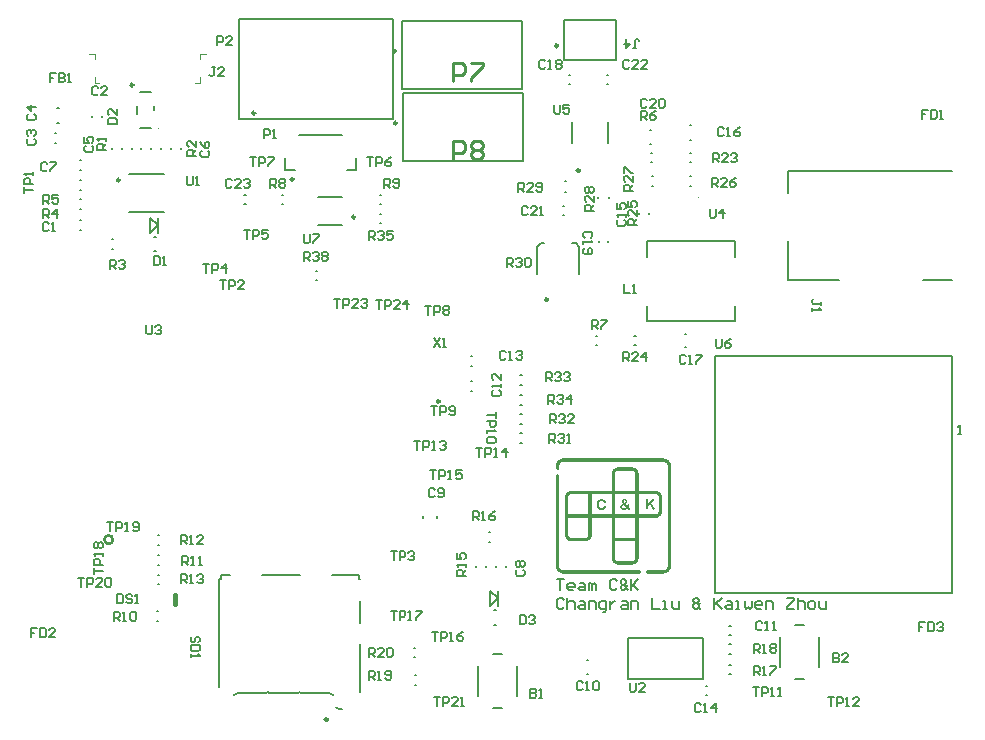
<source format=gto>
G04*
G04 #@! TF.GenerationSoftware,Altium Limited,Altium Designer,21.1.1 (26)*
G04*
G04 Layer_Color=65535*
%FSLAX25Y25*%
%MOIN*%
G70*
G04*
G04 #@! TF.SameCoordinates,D31DAFBF-B6A6-4984-8A5A-3B2B1D04CFA6*
G04*
G04*
G04 #@! TF.FilePolarity,Positive*
G04*
G01*
G75*
%ADD10C,0.00787*%
%ADD11C,0.00984*%
%ADD12C,0.00394*%
%ADD13C,0.01000*%
%ADD14C,0.00945*%
%ADD15C,0.00600*%
%ADD16C,0.01575*%
%ADD17C,0.00800*%
%ADD18C,0.00500*%
G36*
X205909Y86493D02*
X206283D01*
Y86418D01*
X206433D01*
Y86343D01*
X206583D01*
Y86268D01*
X206733D01*
Y86193D01*
X206808D01*
Y86118D01*
X206958D01*
Y86043D01*
X207033D01*
Y85968D01*
X207108D01*
Y85893D01*
X207183D01*
Y85818D01*
X207258D01*
Y85743D01*
Y85668D01*
X207333D01*
Y85593D01*
X207408D01*
Y85518D01*
Y85443D01*
X207483D01*
Y85369D01*
Y85294D01*
X207558D01*
Y85219D01*
Y85144D01*
Y85069D01*
X207633D01*
Y84994D01*
Y84919D01*
Y84844D01*
Y84769D01*
Y84694D01*
X207708D01*
Y84619D01*
Y84544D01*
Y84469D01*
Y84394D01*
Y84319D01*
Y84244D01*
Y84169D01*
Y84094D01*
Y84019D01*
Y83944D01*
Y83869D01*
Y83794D01*
Y83719D01*
Y83644D01*
Y83569D01*
Y83494D01*
Y83419D01*
Y83344D01*
Y83269D01*
Y83194D01*
Y83119D01*
Y83044D01*
Y82969D01*
Y82894D01*
Y82819D01*
Y82744D01*
Y82670D01*
Y82595D01*
Y82520D01*
Y82445D01*
Y82370D01*
Y82295D01*
Y82220D01*
Y82145D01*
Y82070D01*
Y81995D01*
Y81920D01*
Y81845D01*
Y81770D01*
Y81695D01*
Y81620D01*
Y81545D01*
Y81470D01*
Y81395D01*
Y81320D01*
Y81245D01*
Y81170D01*
Y81095D01*
Y81020D01*
Y80945D01*
Y80870D01*
Y80795D01*
Y80720D01*
Y80645D01*
Y80570D01*
Y80495D01*
Y80420D01*
Y80345D01*
Y80270D01*
Y80195D01*
Y80120D01*
Y80045D01*
Y79971D01*
Y79896D01*
Y79821D01*
Y79746D01*
Y79671D01*
Y79596D01*
Y79521D01*
Y79446D01*
Y79371D01*
Y79296D01*
Y79221D01*
Y79146D01*
Y79071D01*
Y78996D01*
Y78921D01*
Y78846D01*
Y78771D01*
X213631D01*
Y78696D01*
X214006D01*
Y78621D01*
X214230D01*
Y78546D01*
X214381D01*
Y78471D01*
X214530D01*
Y78396D01*
X214605D01*
Y78321D01*
X214755D01*
Y78246D01*
X214830D01*
Y78171D01*
X214905D01*
Y78096D01*
X214980D01*
Y78021D01*
X215055D01*
Y77946D01*
Y77871D01*
X215130D01*
Y77796D01*
X215205D01*
Y77721D01*
Y77646D01*
X215280D01*
Y77571D01*
Y77496D01*
X215355D01*
Y77421D01*
Y77346D01*
X215430D01*
Y77271D01*
Y77197D01*
Y77122D01*
Y77047D01*
Y76972D01*
X215505D01*
Y76897D01*
Y76822D01*
Y76747D01*
Y76672D01*
Y76597D01*
Y76522D01*
Y76447D01*
Y76372D01*
Y76297D01*
Y76222D01*
Y76147D01*
Y76072D01*
Y75997D01*
Y75922D01*
Y75847D01*
Y75772D01*
Y75697D01*
Y75622D01*
Y75547D01*
Y75472D01*
Y75397D01*
Y75322D01*
Y75247D01*
Y75172D01*
Y75097D01*
Y75022D01*
Y74947D01*
Y74872D01*
Y74797D01*
Y74722D01*
Y74647D01*
Y74572D01*
Y74497D01*
Y74423D01*
Y74348D01*
Y74273D01*
Y74198D01*
Y74123D01*
Y74048D01*
Y73973D01*
Y73898D01*
Y73823D01*
Y73748D01*
Y73673D01*
Y73598D01*
Y73523D01*
Y73448D01*
Y73373D01*
Y73298D01*
Y73223D01*
Y73148D01*
Y73073D01*
Y72998D01*
Y72923D01*
Y72848D01*
Y72773D01*
Y72698D01*
Y72623D01*
Y72548D01*
Y72473D01*
Y72398D01*
Y72323D01*
Y72248D01*
Y72173D01*
Y72098D01*
Y72023D01*
Y71948D01*
Y71873D01*
Y71798D01*
Y71724D01*
Y71649D01*
Y71574D01*
X215430D01*
Y71499D01*
Y71424D01*
Y71349D01*
Y71274D01*
X215355D01*
Y71199D01*
Y71124D01*
Y71049D01*
X215280D01*
Y70974D01*
Y70899D01*
X215205D01*
Y70824D01*
Y70749D01*
X215130D01*
Y70674D01*
X215055D01*
Y70599D01*
Y70524D01*
X214980D01*
Y70449D01*
X214905D01*
Y70374D01*
X214830D01*
Y70299D01*
X214680D01*
Y70224D01*
X214605D01*
Y70149D01*
X214530D01*
Y70074D01*
X214381D01*
Y69999D01*
X214230D01*
Y69924D01*
X214006D01*
Y69849D01*
X207708D01*
Y69774D01*
Y69699D01*
Y69624D01*
Y69549D01*
Y69474D01*
Y69399D01*
Y69324D01*
Y69249D01*
Y69174D01*
Y69099D01*
Y69024D01*
Y68950D01*
Y68875D01*
Y68800D01*
Y68725D01*
Y68650D01*
Y68575D01*
Y68500D01*
Y68425D01*
Y68350D01*
Y68275D01*
Y68200D01*
Y68125D01*
Y68050D01*
Y67975D01*
Y67900D01*
Y67825D01*
Y67750D01*
Y67675D01*
Y67600D01*
Y67525D01*
Y67450D01*
Y67375D01*
Y67300D01*
Y67225D01*
Y67150D01*
Y67075D01*
Y67000D01*
Y66925D01*
Y66850D01*
Y66775D01*
Y66700D01*
Y66625D01*
Y66550D01*
Y66475D01*
Y66400D01*
Y66325D01*
Y66250D01*
Y66176D01*
Y66101D01*
Y66026D01*
Y65951D01*
Y65876D01*
Y65801D01*
Y65726D01*
Y65651D01*
Y65576D01*
Y65501D01*
Y65426D01*
Y65351D01*
Y65276D01*
Y65201D01*
Y65126D01*
Y65051D01*
Y64976D01*
Y64901D01*
Y64826D01*
Y64751D01*
Y64676D01*
Y64601D01*
Y64526D01*
Y64451D01*
Y64376D01*
Y64301D01*
Y64226D01*
Y64151D01*
Y64076D01*
Y64001D01*
Y63926D01*
Y63851D01*
Y63776D01*
Y63701D01*
Y63626D01*
Y63551D01*
Y63477D01*
Y63402D01*
Y63327D01*
Y63252D01*
Y63177D01*
Y63102D01*
Y63027D01*
Y62952D01*
Y62877D01*
Y62802D01*
Y62727D01*
Y62652D01*
Y62577D01*
Y62502D01*
Y62427D01*
Y62352D01*
Y62277D01*
Y62202D01*
Y62127D01*
Y62052D01*
Y61977D01*
Y61902D01*
Y61827D01*
Y61752D01*
Y61677D01*
Y61602D01*
Y61527D01*
Y61452D01*
Y61377D01*
Y61302D01*
Y61227D01*
Y61152D01*
Y61077D01*
Y61002D01*
Y60927D01*
Y60852D01*
Y60778D01*
Y60703D01*
Y60628D01*
Y60553D01*
Y60478D01*
Y60403D01*
Y60328D01*
Y60253D01*
Y60178D01*
Y60103D01*
Y60028D01*
Y59953D01*
Y59878D01*
Y59803D01*
Y59728D01*
Y59653D01*
Y59578D01*
Y59503D01*
Y59428D01*
Y59353D01*
Y59278D01*
Y59203D01*
Y59128D01*
Y59053D01*
Y58978D01*
Y58903D01*
Y58828D01*
Y58753D01*
Y58678D01*
Y58603D01*
Y58528D01*
Y58453D01*
Y58378D01*
Y58303D01*
Y58228D01*
Y58153D01*
Y58078D01*
Y58004D01*
Y57929D01*
Y57854D01*
Y57779D01*
Y57704D01*
Y57629D01*
Y57554D01*
Y57479D01*
Y57404D01*
Y57329D01*
Y57254D01*
Y57179D01*
Y57104D01*
Y57029D01*
Y56954D01*
Y56879D01*
Y56804D01*
Y56729D01*
Y56654D01*
Y56579D01*
Y56504D01*
Y56429D01*
Y56354D01*
Y56279D01*
Y56204D01*
Y56129D01*
Y56054D01*
X207633D01*
Y55979D01*
Y55904D01*
Y55829D01*
Y55754D01*
Y55679D01*
X207558D01*
Y55604D01*
Y55529D01*
Y55454D01*
X207483D01*
Y55379D01*
Y55305D01*
X207408D01*
Y55230D01*
Y55155D01*
X207333D01*
Y55080D01*
X207258D01*
Y55005D01*
Y54930D01*
X207183D01*
Y54855D01*
X207108D01*
Y54780D01*
X207033D01*
Y54705D01*
X206958D01*
Y54630D01*
X206808D01*
Y54555D01*
X206733D01*
Y54480D01*
X206583D01*
Y54405D01*
X206433D01*
Y54330D01*
X206283D01*
Y54255D01*
X205909D01*
Y54180D01*
X200511D01*
Y54255D01*
X200211D01*
Y54330D01*
X199986D01*
Y54405D01*
X199836D01*
Y54480D01*
X199686D01*
Y54555D01*
X199611D01*
Y54630D01*
X199461D01*
Y54705D01*
X199386D01*
Y54780D01*
X199311D01*
Y54855D01*
X199236D01*
Y54930D01*
Y55005D01*
X199161D01*
Y55080D01*
X199086D01*
Y55155D01*
X199011D01*
Y55230D01*
Y55305D01*
X198936D01*
Y55379D01*
Y55454D01*
X198861D01*
Y55529D01*
Y55604D01*
Y55679D01*
X198786D01*
Y55754D01*
Y55829D01*
Y55904D01*
Y55979D01*
Y56054D01*
Y56129D01*
Y56204D01*
Y56279D01*
Y56354D01*
Y56429D01*
Y56504D01*
Y56579D01*
Y56654D01*
Y56729D01*
Y56804D01*
Y56879D01*
Y56954D01*
Y57029D01*
Y57104D01*
Y57179D01*
Y57254D01*
Y57329D01*
Y57404D01*
Y57479D01*
Y57554D01*
Y57629D01*
Y57704D01*
Y57779D01*
Y57854D01*
Y57929D01*
Y58004D01*
Y58078D01*
Y58153D01*
Y58228D01*
Y58303D01*
Y58378D01*
Y58453D01*
Y58528D01*
Y58603D01*
Y58678D01*
Y58753D01*
Y58828D01*
Y58903D01*
Y58978D01*
Y59053D01*
Y59128D01*
Y59203D01*
Y59278D01*
Y59353D01*
Y59428D01*
Y59503D01*
Y59578D01*
Y59653D01*
Y59728D01*
Y59803D01*
Y59878D01*
Y59953D01*
Y60028D01*
Y60103D01*
Y60178D01*
Y60253D01*
Y60328D01*
Y60403D01*
Y60478D01*
Y60553D01*
Y60628D01*
Y60703D01*
Y60778D01*
Y60852D01*
Y60927D01*
Y61002D01*
Y61077D01*
Y61152D01*
Y61227D01*
Y61302D01*
Y61377D01*
Y61452D01*
Y61527D01*
Y61602D01*
Y61677D01*
Y61752D01*
Y61827D01*
Y61902D01*
Y61977D01*
Y62052D01*
Y62127D01*
Y62202D01*
Y62277D01*
Y62352D01*
Y62427D01*
Y62502D01*
Y62577D01*
Y62652D01*
Y62727D01*
Y62802D01*
Y62877D01*
Y62952D01*
Y63027D01*
Y63102D01*
Y63177D01*
Y63252D01*
Y63327D01*
Y63402D01*
Y63477D01*
Y63551D01*
Y63626D01*
Y63701D01*
Y63776D01*
Y63851D01*
Y63926D01*
Y64001D01*
Y64076D01*
Y64151D01*
Y64226D01*
Y64301D01*
Y64376D01*
Y64451D01*
Y64526D01*
Y64601D01*
Y64676D01*
Y64751D01*
Y64826D01*
Y64901D01*
Y64976D01*
Y65051D01*
Y65126D01*
Y65201D01*
Y65276D01*
Y65351D01*
Y65426D01*
Y65501D01*
Y65576D01*
Y65651D01*
Y65726D01*
Y65801D01*
Y65876D01*
Y65951D01*
Y66026D01*
Y66101D01*
Y66176D01*
Y66250D01*
Y66325D01*
Y66400D01*
Y66475D01*
Y66550D01*
Y66625D01*
Y66700D01*
Y66775D01*
Y66850D01*
Y66925D01*
Y67000D01*
Y67075D01*
Y67150D01*
Y67225D01*
Y67300D01*
Y67375D01*
Y67450D01*
Y67525D01*
Y67600D01*
Y67675D01*
Y67750D01*
Y67825D01*
Y67900D01*
Y67975D01*
Y68050D01*
Y68125D01*
Y68200D01*
Y68275D01*
Y68350D01*
Y68425D01*
Y68500D01*
Y68575D01*
Y68650D01*
Y68725D01*
Y68800D01*
Y68875D01*
Y68950D01*
Y69024D01*
Y69099D01*
Y69174D01*
Y69249D01*
Y69324D01*
Y69399D01*
Y69474D01*
Y69549D01*
Y69624D01*
Y69699D01*
Y69774D01*
X198711D01*
Y69849D01*
X192114D01*
Y69774D01*
X192039D01*
Y69699D01*
Y69624D01*
Y69549D01*
Y69474D01*
Y69399D01*
Y69324D01*
Y69249D01*
Y69174D01*
Y69099D01*
Y69024D01*
Y68950D01*
Y68875D01*
Y68800D01*
Y68725D01*
Y68650D01*
Y68575D01*
Y68500D01*
Y68425D01*
Y68350D01*
Y68275D01*
Y68200D01*
Y68125D01*
Y68050D01*
Y67975D01*
Y67900D01*
Y67825D01*
Y67750D01*
Y67675D01*
Y67600D01*
Y67525D01*
Y67450D01*
Y67375D01*
Y67300D01*
Y67225D01*
Y67150D01*
Y67075D01*
Y67000D01*
Y66925D01*
Y66850D01*
Y66775D01*
Y66700D01*
Y66625D01*
Y66550D01*
Y66475D01*
Y66400D01*
Y66325D01*
Y66250D01*
Y66176D01*
Y66101D01*
Y66026D01*
Y65951D01*
Y65876D01*
Y65801D01*
Y65726D01*
Y65651D01*
Y65576D01*
Y65501D01*
Y65426D01*
Y65351D01*
Y65276D01*
Y65201D01*
Y65126D01*
Y65051D01*
Y64976D01*
Y64901D01*
Y64826D01*
Y64751D01*
Y64676D01*
Y64601D01*
Y64526D01*
Y64451D01*
Y64376D01*
Y64301D01*
Y64226D01*
Y64151D01*
Y64076D01*
Y64001D01*
Y63926D01*
Y63851D01*
Y63776D01*
Y63701D01*
Y63626D01*
Y63551D01*
X191964D01*
Y63477D01*
Y63402D01*
Y63327D01*
X191889D01*
Y63252D01*
Y63177D01*
X191814D01*
Y63102D01*
Y63027D01*
X191739D01*
Y62952D01*
Y62877D01*
X191664D01*
Y62802D01*
X191589D01*
Y62727D01*
X191514D01*
Y62652D01*
X191439D01*
Y62577D01*
X191364D01*
Y62502D01*
X191289D01*
Y62427D01*
X191214D01*
Y62352D01*
X191064D01*
Y62277D01*
X190989D01*
Y62202D01*
X190764D01*
Y62127D01*
X190614D01*
Y62052D01*
X190239D01*
Y61977D01*
X184991D01*
Y62052D01*
X184616D01*
Y62127D01*
X184391D01*
Y62202D01*
X184242D01*
Y62277D01*
X184092D01*
Y62352D01*
X184017D01*
Y62427D01*
X183867D01*
Y62502D01*
X183792D01*
Y62577D01*
X183717D01*
Y62652D01*
X183642D01*
Y62727D01*
X183567D01*
Y62802D01*
Y62877D01*
X183492D01*
Y62952D01*
X183417D01*
Y63027D01*
Y63102D01*
X183342D01*
Y63177D01*
Y63252D01*
X183267D01*
Y63327D01*
Y63402D01*
X183192D01*
Y63477D01*
Y63551D01*
Y63626D01*
Y63701D01*
Y63776D01*
X183117D01*
Y63851D01*
Y63926D01*
Y64001D01*
Y64076D01*
Y64151D01*
Y64226D01*
Y64301D01*
Y64376D01*
Y64451D01*
Y64526D01*
Y64601D01*
Y64676D01*
Y64751D01*
Y64826D01*
Y64901D01*
Y64976D01*
Y65051D01*
Y65126D01*
Y65201D01*
Y65276D01*
Y65351D01*
Y65426D01*
Y65501D01*
Y65576D01*
Y65651D01*
Y65726D01*
Y65801D01*
Y65876D01*
Y65951D01*
Y66026D01*
Y66101D01*
Y66176D01*
Y66250D01*
Y66325D01*
Y66400D01*
Y66475D01*
Y66550D01*
Y66625D01*
Y66700D01*
Y66775D01*
Y66850D01*
Y66925D01*
Y67000D01*
Y67075D01*
Y67150D01*
Y67225D01*
Y67300D01*
Y67375D01*
Y67450D01*
Y67525D01*
Y67600D01*
Y67675D01*
Y67750D01*
Y67825D01*
Y67900D01*
Y67975D01*
Y68050D01*
Y68125D01*
Y68200D01*
Y68275D01*
Y68350D01*
Y68425D01*
Y68500D01*
Y68575D01*
Y68650D01*
Y68725D01*
Y68800D01*
Y68875D01*
Y68950D01*
Y69024D01*
Y69099D01*
Y69174D01*
Y69249D01*
Y69324D01*
Y69399D01*
Y69474D01*
Y69549D01*
Y69624D01*
Y69699D01*
Y69774D01*
Y69849D01*
Y69924D01*
Y69999D01*
Y70074D01*
Y70149D01*
Y70224D01*
Y70299D01*
Y70374D01*
Y70449D01*
Y70524D01*
Y70599D01*
Y70674D01*
Y70749D01*
Y70824D01*
Y70899D01*
Y70974D01*
Y71049D01*
Y71124D01*
Y71199D01*
Y71274D01*
Y71349D01*
Y71424D01*
Y71499D01*
Y71574D01*
Y71649D01*
Y71724D01*
Y71798D01*
Y71873D01*
Y71948D01*
Y72023D01*
Y72098D01*
Y72173D01*
Y72248D01*
Y72323D01*
Y72398D01*
Y72473D01*
Y72548D01*
Y72623D01*
Y72698D01*
Y72773D01*
Y72848D01*
Y72923D01*
Y72998D01*
Y73073D01*
Y73148D01*
Y73223D01*
Y73298D01*
Y73373D01*
Y73448D01*
Y73523D01*
Y73598D01*
Y73673D01*
Y73748D01*
Y73823D01*
Y73898D01*
Y73973D01*
Y74048D01*
Y74123D01*
Y74198D01*
Y74273D01*
Y74348D01*
Y74423D01*
Y74497D01*
Y74572D01*
Y74647D01*
Y74722D01*
Y74797D01*
Y74872D01*
Y74947D01*
Y75022D01*
Y75097D01*
Y75172D01*
Y75247D01*
Y75322D01*
Y75397D01*
Y75472D01*
Y75547D01*
Y75622D01*
Y75697D01*
Y75772D01*
Y75847D01*
Y75922D01*
Y75997D01*
Y76072D01*
Y76147D01*
Y76222D01*
Y76297D01*
Y76372D01*
Y76447D01*
Y76522D01*
Y76597D01*
Y76672D01*
Y76747D01*
Y76822D01*
Y76897D01*
Y76972D01*
X183192D01*
Y77047D01*
Y77122D01*
Y77197D01*
Y77271D01*
Y77346D01*
X183267D01*
Y77421D01*
Y77496D01*
X183342D01*
Y77571D01*
Y77646D01*
X183417D01*
Y77721D01*
Y77796D01*
X183492D01*
Y77871D01*
X183567D01*
Y77946D01*
Y78021D01*
X183642D01*
Y78096D01*
X183717D01*
Y78171D01*
X183792D01*
Y78246D01*
X183867D01*
Y78321D01*
X184017D01*
Y78396D01*
X184092D01*
Y78471D01*
X184242D01*
Y78546D01*
X184391D01*
Y78621D01*
X184616D01*
Y78696D01*
X184991D01*
Y78771D01*
X198786D01*
Y78846D01*
Y78921D01*
Y78996D01*
Y79071D01*
Y79146D01*
Y79221D01*
Y79296D01*
Y79371D01*
Y79446D01*
Y79521D01*
Y79596D01*
Y79671D01*
Y79746D01*
Y79821D01*
Y79896D01*
Y79971D01*
Y80045D01*
Y80120D01*
Y80195D01*
Y80270D01*
Y80345D01*
Y80420D01*
Y80495D01*
Y80570D01*
Y80645D01*
Y80720D01*
Y80795D01*
Y80870D01*
Y80945D01*
Y81020D01*
Y81095D01*
Y81170D01*
Y81245D01*
Y81320D01*
Y81395D01*
Y81470D01*
Y81545D01*
Y81620D01*
Y81695D01*
Y81770D01*
Y81845D01*
Y81920D01*
Y81995D01*
Y82070D01*
Y82145D01*
Y82220D01*
Y82295D01*
Y82370D01*
Y82445D01*
Y82520D01*
Y82595D01*
Y82670D01*
Y82744D01*
Y82819D01*
Y82894D01*
Y82969D01*
Y83044D01*
Y83119D01*
Y83194D01*
Y83269D01*
Y83344D01*
Y83419D01*
Y83494D01*
Y83569D01*
Y83644D01*
Y83719D01*
Y83794D01*
Y83869D01*
Y83944D01*
Y84019D01*
Y84094D01*
Y84169D01*
Y84244D01*
Y84319D01*
Y84394D01*
Y84469D01*
Y84544D01*
Y84619D01*
Y84694D01*
Y84769D01*
Y84844D01*
Y84919D01*
Y84994D01*
Y85069D01*
X198861D01*
Y85144D01*
Y85219D01*
Y85294D01*
X198936D01*
Y85369D01*
Y85443D01*
X199011D01*
Y85518D01*
Y85593D01*
X199086D01*
Y85668D01*
X199161D01*
Y85743D01*
X199236D01*
Y85818D01*
Y85893D01*
X199311D01*
Y85968D01*
X199386D01*
Y86043D01*
X199461D01*
Y86118D01*
X199611D01*
Y86193D01*
X199686D01*
Y86268D01*
X199836D01*
Y86343D01*
X199986D01*
Y86418D01*
X200211D01*
Y86493D01*
X200511D01*
Y86568D01*
X205909D01*
Y86493D01*
D02*
G37*
G36*
X216330Y89492D02*
X216705D01*
Y89417D01*
X216855D01*
Y89342D01*
X217079D01*
Y89267D01*
X217229D01*
Y89192D01*
X217304D01*
Y89117D01*
X217454D01*
Y89042D01*
X217529D01*
Y88967D01*
X217604D01*
Y88892D01*
X217679D01*
Y88817D01*
X217754D01*
Y88742D01*
X217829D01*
Y88667D01*
X217904D01*
Y88592D01*
X217979D01*
Y88517D01*
X218054D01*
Y88442D01*
Y88367D01*
X218129D01*
Y88292D01*
X218204D01*
Y88217D01*
Y88143D01*
X218279D01*
Y88068D01*
Y87993D01*
Y87918D01*
X218354D01*
Y87843D01*
Y87768D01*
X218429D01*
Y87693D01*
Y87618D01*
Y87543D01*
Y87468D01*
Y87393D01*
X218504D01*
Y87318D01*
Y87243D01*
Y87168D01*
Y87093D01*
Y87018D01*
Y86943D01*
Y86868D01*
Y86793D01*
Y86718D01*
Y86643D01*
Y86568D01*
Y86493D01*
Y86418D01*
Y86343D01*
Y86268D01*
Y86193D01*
Y86118D01*
Y86043D01*
Y85968D01*
Y85893D01*
Y85818D01*
Y85743D01*
Y85668D01*
Y85593D01*
Y85518D01*
Y85443D01*
Y85369D01*
Y85294D01*
Y85219D01*
Y85144D01*
Y85069D01*
Y84994D01*
Y84919D01*
Y84844D01*
Y84769D01*
Y84694D01*
Y84619D01*
Y84544D01*
Y84469D01*
Y84394D01*
Y84319D01*
Y84244D01*
Y84169D01*
Y84094D01*
Y84019D01*
Y83944D01*
Y83869D01*
Y83794D01*
Y83719D01*
Y83644D01*
Y83569D01*
Y83494D01*
Y83419D01*
Y83344D01*
Y83269D01*
Y83194D01*
Y83119D01*
Y83044D01*
Y82969D01*
Y82894D01*
Y82819D01*
Y82744D01*
Y82670D01*
Y82595D01*
Y82520D01*
Y82445D01*
Y82370D01*
Y82295D01*
Y82220D01*
Y82145D01*
Y82070D01*
Y81995D01*
Y81920D01*
Y81845D01*
Y81770D01*
Y81695D01*
Y81620D01*
Y81545D01*
Y81470D01*
Y81395D01*
Y81320D01*
Y81245D01*
Y81170D01*
Y81095D01*
Y81020D01*
Y80945D01*
Y80870D01*
Y80795D01*
Y80720D01*
Y80645D01*
Y80570D01*
Y80495D01*
Y80420D01*
Y80345D01*
Y80270D01*
Y80195D01*
Y80120D01*
Y80045D01*
Y79971D01*
Y79896D01*
Y79821D01*
Y79746D01*
Y79671D01*
Y79596D01*
Y79521D01*
Y79446D01*
Y79371D01*
Y79296D01*
Y79221D01*
Y79146D01*
Y79071D01*
Y78996D01*
Y78921D01*
Y78846D01*
Y78771D01*
Y78696D01*
Y78621D01*
Y78546D01*
Y78471D01*
Y78396D01*
Y78321D01*
Y78246D01*
Y78171D01*
Y78096D01*
Y78021D01*
Y77946D01*
Y77871D01*
Y77796D01*
Y77721D01*
Y77646D01*
Y77571D01*
Y77496D01*
Y77421D01*
Y77346D01*
Y77271D01*
Y77197D01*
Y77122D01*
Y77047D01*
Y76972D01*
Y76897D01*
Y76822D01*
Y76747D01*
Y76672D01*
Y76597D01*
Y76522D01*
Y76447D01*
Y76372D01*
Y76297D01*
Y76222D01*
Y76147D01*
Y76072D01*
Y75997D01*
Y75922D01*
Y75847D01*
Y75772D01*
Y75697D01*
Y75622D01*
Y75547D01*
Y75472D01*
Y75397D01*
Y75322D01*
Y75247D01*
Y75172D01*
Y75097D01*
Y75022D01*
Y74947D01*
Y74872D01*
Y74797D01*
Y74722D01*
Y74647D01*
Y74572D01*
Y74497D01*
Y74423D01*
Y74348D01*
Y74273D01*
Y74198D01*
Y74123D01*
Y74048D01*
Y73973D01*
Y73898D01*
Y73823D01*
Y73748D01*
Y73673D01*
Y73598D01*
Y73523D01*
Y73448D01*
Y73373D01*
Y73298D01*
Y73223D01*
Y73148D01*
Y73073D01*
Y72998D01*
Y72923D01*
Y72848D01*
Y72773D01*
Y72698D01*
Y72623D01*
Y72548D01*
Y72473D01*
Y72398D01*
Y72323D01*
Y72248D01*
Y72173D01*
Y72098D01*
Y72023D01*
Y71948D01*
Y71873D01*
Y71798D01*
Y71724D01*
Y71649D01*
Y71574D01*
Y71499D01*
Y71424D01*
Y71349D01*
Y71274D01*
Y71199D01*
Y71124D01*
Y71049D01*
Y70974D01*
Y70899D01*
Y70824D01*
Y70749D01*
Y70674D01*
Y70599D01*
Y70524D01*
Y70449D01*
Y70374D01*
Y70299D01*
Y70224D01*
Y70149D01*
Y70074D01*
Y69999D01*
Y69924D01*
Y69849D01*
Y69774D01*
Y69699D01*
Y69624D01*
Y69549D01*
Y69474D01*
Y69399D01*
Y69324D01*
Y69249D01*
Y69174D01*
Y69099D01*
Y69024D01*
Y68950D01*
Y68875D01*
Y68800D01*
Y68725D01*
Y68650D01*
Y68575D01*
Y68500D01*
Y68425D01*
Y68350D01*
Y68275D01*
Y68200D01*
Y68125D01*
Y68050D01*
Y67975D01*
Y67900D01*
Y67825D01*
Y67750D01*
Y67675D01*
Y67600D01*
Y67525D01*
Y67450D01*
Y67375D01*
Y67300D01*
Y67225D01*
Y67150D01*
Y67075D01*
Y67000D01*
Y66925D01*
Y66850D01*
Y66775D01*
Y66700D01*
Y66625D01*
Y66550D01*
Y66475D01*
Y66400D01*
Y66325D01*
Y66250D01*
Y66176D01*
Y66101D01*
Y66026D01*
Y65951D01*
Y65876D01*
Y65801D01*
Y65726D01*
Y65651D01*
Y65576D01*
Y65501D01*
Y65426D01*
Y65351D01*
Y65276D01*
Y65201D01*
Y65126D01*
Y65051D01*
Y64976D01*
Y64901D01*
Y64826D01*
Y64751D01*
Y64676D01*
Y64601D01*
Y64526D01*
Y64451D01*
Y64376D01*
Y64301D01*
Y64226D01*
Y64151D01*
Y64076D01*
Y64001D01*
Y63926D01*
Y63851D01*
Y63776D01*
Y63701D01*
Y63626D01*
Y63551D01*
Y63477D01*
Y63402D01*
Y63327D01*
Y63252D01*
Y63177D01*
Y63102D01*
Y63027D01*
Y62952D01*
Y62877D01*
Y62802D01*
Y62727D01*
Y62652D01*
Y62577D01*
Y62502D01*
Y62427D01*
Y62352D01*
Y62277D01*
Y62202D01*
Y62127D01*
Y62052D01*
Y61977D01*
Y61902D01*
Y61827D01*
Y61752D01*
Y61677D01*
Y61602D01*
Y61527D01*
Y61452D01*
Y61377D01*
Y61302D01*
Y61227D01*
Y61152D01*
Y61077D01*
Y61002D01*
Y60927D01*
Y60852D01*
Y60778D01*
Y60703D01*
Y60628D01*
Y60553D01*
Y60478D01*
Y60403D01*
Y60328D01*
Y60253D01*
Y60178D01*
Y60103D01*
Y60028D01*
Y59953D01*
Y59878D01*
Y59803D01*
Y59728D01*
Y59653D01*
Y59578D01*
Y59503D01*
Y59428D01*
Y59353D01*
Y59278D01*
Y59203D01*
Y59128D01*
Y59053D01*
Y58978D01*
Y58903D01*
Y58828D01*
Y58753D01*
Y58678D01*
Y58603D01*
Y58528D01*
Y58453D01*
Y58378D01*
Y58303D01*
Y58228D01*
Y58153D01*
Y58078D01*
Y58004D01*
Y57929D01*
Y57854D01*
Y57779D01*
Y57704D01*
Y57629D01*
Y57554D01*
Y57479D01*
Y57404D01*
Y57329D01*
Y57254D01*
Y57179D01*
Y57104D01*
Y57029D01*
Y56954D01*
Y56879D01*
Y56804D01*
Y56729D01*
Y56654D01*
Y56579D01*
Y56504D01*
Y56429D01*
Y56354D01*
Y56279D01*
Y56204D01*
Y56129D01*
Y56054D01*
Y55979D01*
Y55904D01*
Y55829D01*
Y55754D01*
Y55679D01*
Y55604D01*
Y55529D01*
Y55454D01*
Y55379D01*
Y55305D01*
Y55230D01*
Y55155D01*
Y55080D01*
Y55005D01*
Y54930D01*
Y54855D01*
Y54780D01*
Y54705D01*
Y54630D01*
Y54555D01*
Y54480D01*
Y54405D01*
Y54330D01*
Y54255D01*
Y54180D01*
Y54105D01*
Y54030D01*
Y53955D01*
Y53880D01*
Y53805D01*
Y53730D01*
Y53655D01*
Y53580D01*
Y53505D01*
Y53430D01*
Y53355D01*
X218429D01*
Y53280D01*
Y53205D01*
Y53130D01*
Y53055D01*
Y52980D01*
X218354D01*
Y52905D01*
Y52830D01*
X218279D01*
Y52755D01*
Y52681D01*
Y52606D01*
X218204D01*
Y52531D01*
Y52456D01*
X218129D01*
Y52381D01*
X218054D01*
Y52306D01*
Y52231D01*
X217979D01*
Y52156D01*
X217904D01*
Y52081D01*
X217829D01*
Y52006D01*
X217754D01*
Y51931D01*
X217679D01*
Y51856D01*
X217604D01*
Y51781D01*
X217529D01*
Y51706D01*
X217454D01*
Y51631D01*
X217304D01*
Y51556D01*
X217229D01*
Y51481D01*
X217079D01*
Y51406D01*
X216855D01*
Y51331D01*
X216705D01*
Y51256D01*
X216330D01*
Y51181D01*
X210557D01*
Y51256D01*
X210407D01*
Y51331D01*
X210332D01*
Y51406D01*
X210257D01*
Y51481D01*
Y51556D01*
Y51631D01*
X210182D01*
Y51706D01*
Y51781D01*
Y51856D01*
X210257D01*
Y51931D01*
Y52006D01*
Y52081D01*
X210332D01*
Y52156D01*
X210407D01*
Y52231D01*
X210557D01*
Y52306D01*
X216255D01*
Y52381D01*
X216480D01*
Y52456D01*
X216630D01*
Y52531D01*
X216780D01*
Y52606D01*
X216855D01*
Y52681D01*
X216930D01*
Y52755D01*
X217004D01*
Y52830D01*
X217079D01*
Y52905D01*
X217154D01*
Y52980D01*
Y53055D01*
X217229D01*
Y53130D01*
Y53205D01*
X217304D01*
Y53280D01*
Y53355D01*
Y53430D01*
X217379D01*
Y53505D01*
Y53580D01*
Y53655D01*
Y53730D01*
Y53805D01*
Y53880D01*
Y53955D01*
Y54030D01*
Y54105D01*
Y54180D01*
Y54255D01*
Y54330D01*
Y54405D01*
Y54480D01*
Y54555D01*
Y54630D01*
Y54705D01*
Y54780D01*
Y54855D01*
Y54930D01*
Y55005D01*
Y55080D01*
Y55155D01*
Y55230D01*
Y55305D01*
Y55379D01*
Y55454D01*
Y55529D01*
Y55604D01*
Y55679D01*
Y55754D01*
Y55829D01*
Y55904D01*
Y55979D01*
Y56054D01*
Y56129D01*
Y56204D01*
Y56279D01*
Y56354D01*
Y56429D01*
Y56504D01*
Y56579D01*
Y56654D01*
Y56729D01*
Y56804D01*
Y56879D01*
Y56954D01*
Y57029D01*
Y57104D01*
Y57179D01*
Y57254D01*
Y57329D01*
Y57404D01*
Y57479D01*
Y57554D01*
Y57629D01*
Y57704D01*
Y57779D01*
Y57854D01*
Y57929D01*
Y58004D01*
Y58078D01*
Y58153D01*
Y58228D01*
Y58303D01*
Y58378D01*
Y58453D01*
Y58528D01*
Y58603D01*
Y58678D01*
Y58753D01*
Y58828D01*
Y58903D01*
Y58978D01*
Y59053D01*
Y59128D01*
Y59203D01*
Y59278D01*
Y59353D01*
Y59428D01*
Y59503D01*
Y59578D01*
Y59653D01*
Y59728D01*
Y59803D01*
Y59878D01*
Y59953D01*
Y60028D01*
Y60103D01*
Y60178D01*
Y60253D01*
Y60328D01*
Y60403D01*
Y60478D01*
Y60553D01*
Y60628D01*
Y60703D01*
Y60778D01*
Y60852D01*
Y60927D01*
Y61002D01*
Y61077D01*
Y61152D01*
Y61227D01*
Y61302D01*
Y61377D01*
Y61452D01*
Y61527D01*
Y61602D01*
Y61677D01*
Y61752D01*
Y61827D01*
Y61902D01*
Y61977D01*
Y62052D01*
Y62127D01*
Y62202D01*
Y62277D01*
Y62352D01*
Y62427D01*
Y62502D01*
Y62577D01*
Y62652D01*
Y62727D01*
Y62802D01*
Y62877D01*
Y62952D01*
Y63027D01*
Y63102D01*
Y63177D01*
Y63252D01*
Y63327D01*
Y63402D01*
Y63477D01*
Y63551D01*
Y63626D01*
Y63701D01*
Y63776D01*
Y63851D01*
Y63926D01*
Y64001D01*
Y64076D01*
Y64151D01*
Y64226D01*
Y64301D01*
Y64376D01*
Y64451D01*
Y64526D01*
Y64601D01*
Y64676D01*
Y64751D01*
Y64826D01*
Y64901D01*
Y64976D01*
Y65051D01*
Y65126D01*
Y65201D01*
Y65276D01*
Y65351D01*
Y65426D01*
Y65501D01*
Y65576D01*
Y65651D01*
Y65726D01*
Y65801D01*
Y65876D01*
Y65951D01*
Y66026D01*
Y66101D01*
Y66176D01*
Y66250D01*
Y66325D01*
Y66400D01*
Y66475D01*
Y66550D01*
Y66625D01*
Y66700D01*
Y66775D01*
Y66850D01*
Y66925D01*
Y67000D01*
Y67075D01*
Y67150D01*
Y67225D01*
Y67300D01*
Y67375D01*
Y67450D01*
Y67525D01*
Y67600D01*
Y67675D01*
Y67750D01*
Y67825D01*
Y67900D01*
Y67975D01*
Y68050D01*
Y68125D01*
Y68200D01*
Y68275D01*
Y68350D01*
Y68425D01*
Y68500D01*
Y68575D01*
Y68650D01*
Y68725D01*
Y68800D01*
Y68875D01*
Y68950D01*
Y69024D01*
Y69099D01*
Y69174D01*
Y69249D01*
Y69324D01*
Y69399D01*
Y69474D01*
Y69549D01*
Y69624D01*
Y69699D01*
Y69774D01*
Y69849D01*
Y69924D01*
Y69999D01*
Y70074D01*
Y70149D01*
Y70224D01*
Y70299D01*
Y70374D01*
Y70449D01*
Y70524D01*
Y70599D01*
Y70674D01*
Y70749D01*
Y70824D01*
Y70899D01*
Y70974D01*
Y71049D01*
Y71124D01*
Y71199D01*
Y71274D01*
Y71349D01*
Y71424D01*
Y71499D01*
Y71574D01*
Y71649D01*
Y71724D01*
Y71798D01*
Y71873D01*
Y71948D01*
Y72023D01*
Y72098D01*
Y72173D01*
Y72248D01*
Y72323D01*
Y72398D01*
Y72473D01*
Y72548D01*
Y72623D01*
Y72698D01*
Y72773D01*
Y72848D01*
Y72923D01*
Y72998D01*
Y73073D01*
Y73148D01*
Y73223D01*
Y73298D01*
Y73373D01*
Y73448D01*
Y73523D01*
Y73598D01*
Y73673D01*
Y73748D01*
Y73823D01*
Y73898D01*
Y73973D01*
Y74048D01*
Y74123D01*
Y74198D01*
Y74273D01*
Y74348D01*
Y74423D01*
Y74497D01*
Y74572D01*
Y74647D01*
Y74722D01*
Y74797D01*
Y74872D01*
Y74947D01*
Y75022D01*
Y75097D01*
Y75172D01*
Y75247D01*
Y75322D01*
Y75397D01*
Y75472D01*
Y75547D01*
Y75622D01*
Y75697D01*
Y75772D01*
Y75847D01*
Y75922D01*
Y75997D01*
Y76072D01*
Y76147D01*
Y76222D01*
Y76297D01*
Y76372D01*
Y76447D01*
Y76522D01*
Y76597D01*
Y76672D01*
Y76747D01*
Y76822D01*
Y76897D01*
Y76972D01*
Y77047D01*
Y77122D01*
Y77197D01*
Y77271D01*
Y77346D01*
Y77421D01*
Y77496D01*
Y77571D01*
Y77646D01*
Y77721D01*
Y77796D01*
Y77871D01*
Y77946D01*
Y78021D01*
Y78096D01*
Y78171D01*
Y78246D01*
Y78321D01*
Y78396D01*
Y78471D01*
Y78546D01*
Y78621D01*
Y78696D01*
Y78771D01*
Y78846D01*
Y78921D01*
Y78996D01*
Y79071D01*
Y79146D01*
Y79221D01*
Y79296D01*
Y79371D01*
Y79446D01*
Y79521D01*
Y79596D01*
Y79671D01*
Y79746D01*
Y79821D01*
Y79896D01*
Y79971D01*
Y80045D01*
Y80120D01*
Y80195D01*
Y80270D01*
Y80345D01*
Y80420D01*
Y80495D01*
Y80570D01*
Y80645D01*
Y80720D01*
Y80795D01*
Y80870D01*
Y80945D01*
Y81020D01*
Y81095D01*
Y81170D01*
Y81245D01*
Y81320D01*
Y81395D01*
Y81470D01*
Y81545D01*
Y81620D01*
Y81695D01*
Y81770D01*
Y81845D01*
Y81920D01*
Y81995D01*
Y82070D01*
Y82145D01*
Y82220D01*
Y82295D01*
Y82370D01*
Y82445D01*
Y82520D01*
Y82595D01*
Y82670D01*
Y82744D01*
Y82819D01*
Y82894D01*
Y82969D01*
Y83044D01*
Y83119D01*
Y83194D01*
Y83269D01*
Y83344D01*
Y83419D01*
Y83494D01*
Y83569D01*
Y83644D01*
Y83719D01*
Y83794D01*
Y83869D01*
Y83944D01*
Y84019D01*
Y84094D01*
Y84169D01*
Y84244D01*
Y84319D01*
Y84394D01*
Y84469D01*
Y84544D01*
Y84619D01*
Y84694D01*
Y84769D01*
Y84844D01*
Y84919D01*
Y84994D01*
Y85069D01*
Y85144D01*
Y85219D01*
Y85294D01*
Y85369D01*
Y85443D01*
Y85518D01*
Y85593D01*
Y85668D01*
Y85743D01*
Y85818D01*
Y85893D01*
Y85968D01*
Y86043D01*
Y86118D01*
Y86193D01*
Y86268D01*
Y86343D01*
Y86418D01*
Y86493D01*
Y86568D01*
Y86643D01*
Y86718D01*
Y86793D01*
Y86868D01*
Y86943D01*
Y87018D01*
Y87093D01*
Y87168D01*
Y87243D01*
Y87318D01*
X217304D01*
Y87393D01*
Y87468D01*
Y87543D01*
X217229D01*
Y87618D01*
Y87693D01*
X217154D01*
Y87768D01*
Y87843D01*
X217079D01*
Y87918D01*
X217004D01*
Y87993D01*
X216930D01*
Y88068D01*
X216855D01*
Y88143D01*
X216780D01*
Y88217D01*
X216630D01*
Y88292D01*
X216480D01*
Y88367D01*
X216255D01*
Y88442D01*
X182367D01*
Y88367D01*
X182142D01*
Y88292D01*
X181992D01*
Y88217D01*
X181843D01*
Y88143D01*
X181767D01*
Y88068D01*
X181693D01*
Y87993D01*
X181618D01*
Y87918D01*
X181543D01*
Y87843D01*
X181468D01*
Y87768D01*
Y87693D01*
X181393D01*
Y87618D01*
Y87543D01*
X181318D01*
Y87468D01*
Y87393D01*
Y87318D01*
X181243D01*
Y87243D01*
Y87168D01*
Y87093D01*
Y87018D01*
Y86943D01*
Y86868D01*
Y86793D01*
Y86718D01*
Y86643D01*
Y86568D01*
Y86493D01*
Y86418D01*
Y86343D01*
Y86268D01*
Y86193D01*
Y86118D01*
X181168D01*
Y86043D01*
Y85968D01*
X181093D01*
Y85893D01*
X181018D01*
Y85818D01*
X180868D01*
Y85743D01*
X180493D01*
Y85818D01*
X180343D01*
Y85893D01*
X180268D01*
Y85968D01*
X180193D01*
Y86043D01*
Y86118D01*
X180118D01*
Y86193D01*
Y86268D01*
Y86343D01*
Y86418D01*
Y86493D01*
Y86568D01*
Y86643D01*
Y86718D01*
Y86793D01*
Y86868D01*
Y86943D01*
Y87018D01*
Y87093D01*
Y87168D01*
Y87243D01*
Y87318D01*
Y87393D01*
X180193D01*
Y87468D01*
Y87543D01*
Y87618D01*
Y87693D01*
Y87768D01*
X180268D01*
Y87843D01*
Y87918D01*
X180343D01*
Y87993D01*
Y88068D01*
Y88143D01*
X180418D01*
Y88217D01*
Y88292D01*
X180493D01*
Y88367D01*
X180568D01*
Y88442D01*
Y88517D01*
X180643D01*
Y88592D01*
X180718D01*
Y88667D01*
X180793D01*
Y88742D01*
X180868D01*
Y88817D01*
X180943D01*
Y88892D01*
X181018D01*
Y88967D01*
X181093D01*
Y89042D01*
X181168D01*
Y89117D01*
X181318D01*
Y89192D01*
X181393D01*
Y89267D01*
X181543D01*
Y89342D01*
X181767D01*
Y89417D01*
X181918D01*
Y89492D01*
X182292D01*
Y89567D01*
X216330D01*
Y89492D01*
D02*
G37*
G36*
X180868Y84169D02*
X181018D01*
Y84094D01*
X181093D01*
Y84019D01*
X181168D01*
Y83944D01*
Y83869D01*
X181243D01*
Y83794D01*
Y83719D01*
Y83644D01*
Y83569D01*
Y83494D01*
Y83419D01*
Y83344D01*
Y83269D01*
Y83194D01*
Y83119D01*
Y83044D01*
Y82969D01*
Y82894D01*
Y82819D01*
Y82744D01*
Y82670D01*
Y82595D01*
Y82520D01*
Y82445D01*
Y82370D01*
Y82295D01*
Y82220D01*
Y82145D01*
Y82070D01*
Y81995D01*
Y81920D01*
Y81845D01*
Y81770D01*
Y81695D01*
Y81620D01*
Y81545D01*
Y81470D01*
Y81395D01*
Y81320D01*
Y81245D01*
Y81170D01*
Y81095D01*
Y81020D01*
Y80945D01*
Y80870D01*
Y80795D01*
Y80720D01*
Y80645D01*
Y80570D01*
Y80495D01*
Y80420D01*
Y80345D01*
Y80270D01*
Y80195D01*
Y80120D01*
Y80045D01*
Y79971D01*
Y79896D01*
Y79821D01*
Y79746D01*
Y79671D01*
Y79596D01*
Y79521D01*
Y79446D01*
Y79371D01*
Y79296D01*
Y79221D01*
Y79146D01*
Y79071D01*
Y78996D01*
Y78921D01*
Y78846D01*
Y78771D01*
Y78696D01*
Y78621D01*
Y78546D01*
Y78471D01*
Y78396D01*
Y78321D01*
Y78246D01*
Y78171D01*
Y78096D01*
Y78021D01*
Y77946D01*
Y77871D01*
Y77796D01*
Y77721D01*
Y77646D01*
Y77571D01*
Y77496D01*
Y77421D01*
Y77346D01*
Y77271D01*
Y77197D01*
Y77122D01*
Y77047D01*
Y76972D01*
Y76897D01*
Y76822D01*
Y76747D01*
Y76672D01*
Y76597D01*
Y76522D01*
Y76447D01*
Y76372D01*
Y76297D01*
Y76222D01*
Y76147D01*
Y76072D01*
Y75997D01*
Y75922D01*
Y75847D01*
Y75772D01*
Y75697D01*
Y75622D01*
Y75547D01*
Y75472D01*
Y75397D01*
Y75322D01*
Y75247D01*
Y75172D01*
Y75097D01*
Y75022D01*
Y74947D01*
Y74872D01*
Y74797D01*
Y74722D01*
Y74647D01*
Y74572D01*
Y74497D01*
Y74423D01*
Y74348D01*
Y74273D01*
Y74198D01*
Y74123D01*
Y74048D01*
Y73973D01*
Y73898D01*
Y73823D01*
Y73748D01*
Y73673D01*
Y73598D01*
Y73523D01*
Y73448D01*
Y73373D01*
Y73298D01*
Y73223D01*
Y73148D01*
Y73073D01*
Y72998D01*
Y72923D01*
Y72848D01*
Y72773D01*
Y72698D01*
Y72623D01*
Y72548D01*
Y72473D01*
Y72398D01*
Y72323D01*
Y72248D01*
Y72173D01*
Y72098D01*
Y72023D01*
Y71948D01*
Y71873D01*
Y71798D01*
Y71724D01*
Y71649D01*
Y71574D01*
Y71499D01*
Y71424D01*
Y71349D01*
Y71274D01*
Y71199D01*
Y71124D01*
Y71049D01*
Y70974D01*
Y70899D01*
Y70824D01*
Y70749D01*
Y70674D01*
Y70599D01*
Y70524D01*
Y70449D01*
Y70374D01*
Y70299D01*
Y70224D01*
Y70149D01*
Y70074D01*
Y69999D01*
Y69924D01*
Y69849D01*
Y69774D01*
Y69699D01*
Y69624D01*
Y69549D01*
Y69474D01*
Y69399D01*
Y69324D01*
Y69249D01*
Y69174D01*
Y69099D01*
Y69024D01*
Y68950D01*
Y68875D01*
Y68800D01*
Y68725D01*
Y68650D01*
Y68575D01*
Y68500D01*
Y68425D01*
Y68350D01*
Y68275D01*
Y68200D01*
Y68125D01*
Y68050D01*
Y67975D01*
Y67900D01*
Y67825D01*
Y67750D01*
Y67675D01*
Y67600D01*
Y67525D01*
Y67450D01*
Y67375D01*
Y67300D01*
Y67225D01*
Y67150D01*
Y67075D01*
Y67000D01*
Y66925D01*
Y66850D01*
Y66775D01*
Y66700D01*
Y66625D01*
Y66550D01*
Y66475D01*
Y66400D01*
Y66325D01*
Y66250D01*
Y66176D01*
Y66101D01*
Y66026D01*
Y65951D01*
Y65876D01*
Y65801D01*
Y65726D01*
Y65651D01*
Y65576D01*
Y65501D01*
Y65426D01*
Y65351D01*
Y65276D01*
Y65201D01*
Y65126D01*
Y65051D01*
Y64976D01*
Y64901D01*
Y64826D01*
Y64751D01*
Y64676D01*
Y64601D01*
Y64526D01*
Y64451D01*
Y64376D01*
Y64301D01*
Y64226D01*
Y64151D01*
Y64076D01*
Y64001D01*
Y63926D01*
Y63851D01*
Y63776D01*
Y63701D01*
Y63626D01*
Y63551D01*
Y63477D01*
Y63402D01*
Y63327D01*
Y63252D01*
Y63177D01*
Y63102D01*
Y63027D01*
Y62952D01*
Y62877D01*
Y62802D01*
Y62727D01*
Y62652D01*
Y62577D01*
Y62502D01*
Y62427D01*
Y62352D01*
Y62277D01*
Y62202D01*
Y62127D01*
Y62052D01*
Y61977D01*
Y61902D01*
Y61827D01*
Y61752D01*
Y61677D01*
Y61602D01*
Y61527D01*
Y61452D01*
Y61377D01*
Y61302D01*
Y61227D01*
Y61152D01*
Y61077D01*
Y61002D01*
Y60927D01*
Y60852D01*
Y60778D01*
Y60703D01*
Y60628D01*
Y60553D01*
Y60478D01*
Y60403D01*
Y60328D01*
Y60253D01*
Y60178D01*
Y60103D01*
Y60028D01*
Y59953D01*
Y59878D01*
Y59803D01*
Y59728D01*
Y59653D01*
Y59578D01*
Y59503D01*
Y59428D01*
Y59353D01*
Y59278D01*
Y59203D01*
Y59128D01*
Y59053D01*
Y58978D01*
Y58903D01*
Y58828D01*
Y58753D01*
Y58678D01*
Y58603D01*
Y58528D01*
Y58453D01*
Y58378D01*
Y58303D01*
Y58228D01*
Y58153D01*
Y58078D01*
Y58004D01*
Y57929D01*
Y57854D01*
Y57779D01*
Y57704D01*
Y57629D01*
Y57554D01*
Y57479D01*
Y57404D01*
Y57329D01*
Y57254D01*
Y57179D01*
Y57104D01*
Y57029D01*
Y56954D01*
Y56879D01*
Y56804D01*
Y56729D01*
Y56654D01*
Y56579D01*
Y56504D01*
Y56429D01*
Y56354D01*
Y56279D01*
Y56204D01*
Y56129D01*
Y56054D01*
Y55979D01*
Y55904D01*
Y55829D01*
Y55754D01*
Y55679D01*
Y55604D01*
Y55529D01*
Y55454D01*
Y55379D01*
Y55305D01*
Y55230D01*
Y55155D01*
Y55080D01*
Y55005D01*
Y54930D01*
Y54855D01*
Y54780D01*
Y54705D01*
Y54630D01*
Y54555D01*
Y54480D01*
Y54405D01*
Y54330D01*
Y54255D01*
Y54180D01*
Y54105D01*
Y54030D01*
Y53955D01*
Y53880D01*
Y53805D01*
Y53730D01*
Y53655D01*
Y53580D01*
Y53505D01*
Y53430D01*
X181318D01*
Y53355D01*
Y53280D01*
Y53205D01*
X181393D01*
Y53130D01*
Y53055D01*
X181468D01*
Y52980D01*
Y52905D01*
X181543D01*
Y52830D01*
X181618D01*
Y52755D01*
X181693D01*
Y52681D01*
X181767D01*
Y52606D01*
X181843D01*
Y52531D01*
X181992D01*
Y52456D01*
X182142D01*
Y52381D01*
X182367D01*
Y52306D01*
X208083D01*
Y52231D01*
X208233D01*
Y52156D01*
X208308D01*
Y52081D01*
X208383D01*
Y52006D01*
X208458D01*
Y51931D01*
Y51856D01*
Y51781D01*
Y51706D01*
Y51631D01*
Y51556D01*
Y51481D01*
X208383D01*
Y51406D01*
X208308D01*
Y51331D01*
X208233D01*
Y51256D01*
X208083D01*
Y51181D01*
X182292D01*
Y51256D01*
X181918D01*
Y51331D01*
X181767D01*
Y51406D01*
X181543D01*
Y51481D01*
X181393D01*
Y51556D01*
X181318D01*
Y51631D01*
X181168D01*
Y51706D01*
X181093D01*
Y51781D01*
X181018D01*
Y51856D01*
X180943D01*
Y51931D01*
X180868D01*
Y52006D01*
X180793D01*
Y52081D01*
X180718D01*
Y52156D01*
X180643D01*
Y52231D01*
X180568D01*
Y52306D01*
Y52381D01*
X180493D01*
Y52456D01*
X180418D01*
Y52531D01*
Y52606D01*
X180343D01*
Y52681D01*
Y52755D01*
Y52830D01*
X180268D01*
Y52905D01*
Y52980D01*
X180193D01*
Y53055D01*
Y53130D01*
Y53205D01*
Y53280D01*
Y53355D01*
X180118D01*
Y53430D01*
Y53505D01*
Y53580D01*
Y53655D01*
Y53730D01*
Y53805D01*
Y53880D01*
Y53955D01*
Y54030D01*
Y54105D01*
Y54180D01*
Y54255D01*
Y54330D01*
Y54405D01*
Y54480D01*
Y54555D01*
Y54630D01*
Y54705D01*
Y54780D01*
Y54855D01*
Y54930D01*
Y55005D01*
Y55080D01*
Y55155D01*
Y55230D01*
Y55305D01*
Y55379D01*
Y55454D01*
Y55529D01*
Y55604D01*
Y55679D01*
Y55754D01*
Y55829D01*
Y55904D01*
Y55979D01*
Y56054D01*
Y56129D01*
Y56204D01*
Y56279D01*
Y56354D01*
Y56429D01*
Y56504D01*
Y56579D01*
Y56654D01*
Y56729D01*
Y56804D01*
Y56879D01*
Y56954D01*
Y57029D01*
Y57104D01*
Y57179D01*
Y57254D01*
Y57329D01*
Y57404D01*
Y57479D01*
Y57554D01*
Y57629D01*
Y57704D01*
Y57779D01*
Y57854D01*
Y57929D01*
Y58004D01*
Y58078D01*
Y58153D01*
Y58228D01*
Y58303D01*
Y58378D01*
Y58453D01*
Y58528D01*
Y58603D01*
Y58678D01*
Y58753D01*
Y58828D01*
Y58903D01*
Y58978D01*
Y59053D01*
Y59128D01*
Y59203D01*
Y59278D01*
Y59353D01*
Y59428D01*
Y59503D01*
Y59578D01*
Y59653D01*
Y59728D01*
Y59803D01*
Y59878D01*
Y59953D01*
Y60028D01*
Y60103D01*
Y60178D01*
Y60253D01*
Y60328D01*
Y60403D01*
Y60478D01*
Y60553D01*
Y60628D01*
Y60703D01*
Y60778D01*
Y60852D01*
Y60927D01*
Y61002D01*
Y61077D01*
Y61152D01*
Y61227D01*
Y61302D01*
Y61377D01*
Y61452D01*
Y61527D01*
Y61602D01*
Y61677D01*
Y61752D01*
Y61827D01*
Y61902D01*
Y61977D01*
Y62052D01*
Y62127D01*
Y62202D01*
Y62277D01*
Y62352D01*
Y62427D01*
Y62502D01*
Y62577D01*
Y62652D01*
Y62727D01*
Y62802D01*
Y62877D01*
Y62952D01*
Y63027D01*
Y63102D01*
Y63177D01*
Y63252D01*
Y63327D01*
Y63402D01*
Y63477D01*
Y63551D01*
Y63626D01*
Y63701D01*
Y63776D01*
Y63851D01*
Y63926D01*
Y64001D01*
Y64076D01*
Y64151D01*
Y64226D01*
Y64301D01*
Y64376D01*
Y64451D01*
Y64526D01*
Y64601D01*
Y64676D01*
Y64751D01*
Y64826D01*
Y64901D01*
Y64976D01*
Y65051D01*
Y65126D01*
Y65201D01*
Y65276D01*
Y65351D01*
Y65426D01*
Y65501D01*
Y65576D01*
Y65651D01*
Y65726D01*
Y65801D01*
Y65876D01*
Y65951D01*
Y66026D01*
Y66101D01*
Y66176D01*
Y66250D01*
Y66325D01*
Y66400D01*
Y66475D01*
Y66550D01*
Y66625D01*
Y66700D01*
Y66775D01*
Y66850D01*
Y66925D01*
Y67000D01*
Y67075D01*
Y67150D01*
Y67225D01*
Y67300D01*
Y67375D01*
Y67450D01*
Y67525D01*
Y67600D01*
Y67675D01*
Y67750D01*
Y67825D01*
Y67900D01*
Y67975D01*
Y68050D01*
Y68125D01*
Y68200D01*
Y68275D01*
Y68350D01*
Y68425D01*
Y68500D01*
Y68575D01*
Y68650D01*
Y68725D01*
Y68800D01*
Y68875D01*
Y68950D01*
Y69024D01*
Y69099D01*
Y69174D01*
Y69249D01*
Y69324D01*
Y69399D01*
Y69474D01*
Y69549D01*
Y69624D01*
Y69699D01*
Y69774D01*
Y69849D01*
Y69924D01*
Y69999D01*
Y70074D01*
Y70149D01*
Y70224D01*
Y70299D01*
Y70374D01*
Y70449D01*
Y70524D01*
Y70599D01*
Y70674D01*
Y70749D01*
Y70824D01*
Y70899D01*
Y70974D01*
Y71049D01*
Y71124D01*
Y71199D01*
Y71274D01*
Y71349D01*
Y71424D01*
Y71499D01*
Y71574D01*
Y71649D01*
Y71724D01*
Y71798D01*
Y71873D01*
Y71948D01*
Y72023D01*
Y72098D01*
Y72173D01*
Y72248D01*
Y72323D01*
Y72398D01*
Y72473D01*
Y72548D01*
Y72623D01*
Y72698D01*
Y72773D01*
Y72848D01*
Y72923D01*
Y72998D01*
Y73073D01*
Y73148D01*
Y73223D01*
Y73298D01*
Y73373D01*
Y73448D01*
Y73523D01*
Y73598D01*
Y73673D01*
Y73748D01*
Y73823D01*
Y73898D01*
Y73973D01*
Y74048D01*
Y74123D01*
Y74198D01*
Y74273D01*
Y74348D01*
Y74423D01*
Y74497D01*
Y74572D01*
Y74647D01*
Y74722D01*
Y74797D01*
Y74872D01*
Y74947D01*
Y75022D01*
Y75097D01*
Y75172D01*
Y75247D01*
Y75322D01*
Y75397D01*
Y75472D01*
Y75547D01*
Y75622D01*
Y75697D01*
Y75772D01*
Y75847D01*
Y75922D01*
Y75997D01*
Y76072D01*
Y76147D01*
Y76222D01*
Y76297D01*
Y76372D01*
Y76447D01*
Y76522D01*
Y76597D01*
Y76672D01*
Y76747D01*
Y76822D01*
Y76897D01*
Y76972D01*
Y77047D01*
Y77122D01*
Y77197D01*
Y77271D01*
Y77346D01*
Y77421D01*
Y77496D01*
Y77571D01*
Y77646D01*
Y77721D01*
Y77796D01*
Y77871D01*
Y77946D01*
Y78021D01*
Y78096D01*
Y78171D01*
Y78246D01*
Y78321D01*
Y78396D01*
Y78471D01*
Y78546D01*
Y78621D01*
Y78696D01*
Y78771D01*
Y78846D01*
Y78921D01*
Y78996D01*
Y79071D01*
Y79146D01*
Y79221D01*
Y79296D01*
Y79371D01*
Y79446D01*
Y79521D01*
Y79596D01*
Y79671D01*
Y79746D01*
Y79821D01*
Y79896D01*
Y79971D01*
Y80045D01*
Y80120D01*
Y80195D01*
Y80270D01*
Y80345D01*
Y80420D01*
Y80495D01*
Y80570D01*
Y80645D01*
Y80720D01*
Y80795D01*
Y80870D01*
Y80945D01*
Y81020D01*
Y81095D01*
Y81170D01*
Y81245D01*
Y81320D01*
Y81395D01*
Y81470D01*
Y81545D01*
Y81620D01*
Y81695D01*
Y81770D01*
Y81845D01*
Y81920D01*
Y81995D01*
Y82070D01*
Y82145D01*
Y82220D01*
Y82295D01*
Y82370D01*
Y82445D01*
Y82520D01*
Y82595D01*
Y82670D01*
Y82744D01*
Y82819D01*
Y82894D01*
Y82969D01*
Y83044D01*
Y83119D01*
Y83194D01*
Y83269D01*
Y83344D01*
Y83419D01*
Y83494D01*
Y83569D01*
Y83644D01*
Y83719D01*
Y83794D01*
Y83869D01*
X180193D01*
Y83944D01*
Y84019D01*
X180268D01*
Y84094D01*
X180343D01*
Y84169D01*
X180418D01*
Y84244D01*
X180868D01*
Y84169D01*
D02*
G37*
%LPC*%
G36*
X205834Y85443D02*
X200586D01*
Y85369D01*
X200361D01*
Y85294D01*
X200286D01*
Y85219D01*
X200211D01*
Y85144D01*
X200136D01*
Y85069D01*
X200061D01*
Y84994D01*
X199986D01*
Y84919D01*
Y84844D01*
X199911D01*
Y84769D01*
Y84694D01*
Y84619D01*
Y84544D01*
Y84469D01*
X199836D01*
Y84394D01*
Y84319D01*
Y84244D01*
Y84169D01*
Y84094D01*
Y84019D01*
Y83944D01*
Y83869D01*
Y83794D01*
Y83719D01*
Y83644D01*
Y83569D01*
Y83494D01*
Y83419D01*
Y83344D01*
Y83269D01*
Y83194D01*
Y83119D01*
Y83044D01*
Y82969D01*
Y82894D01*
Y82819D01*
Y82744D01*
Y82670D01*
Y82595D01*
Y82520D01*
Y82445D01*
Y82370D01*
Y82295D01*
Y82220D01*
Y82145D01*
Y82070D01*
Y81995D01*
Y81920D01*
Y81845D01*
Y81770D01*
Y81695D01*
Y81620D01*
Y81545D01*
Y81470D01*
Y81395D01*
Y81320D01*
Y81245D01*
Y81170D01*
Y81095D01*
Y81020D01*
Y80945D01*
Y80870D01*
Y80795D01*
Y80720D01*
Y80645D01*
Y80570D01*
Y80495D01*
Y80420D01*
Y80345D01*
Y80270D01*
Y80195D01*
Y80120D01*
Y80045D01*
Y79971D01*
Y79896D01*
Y79821D01*
Y79746D01*
Y79671D01*
Y79596D01*
Y79521D01*
Y79446D01*
Y79371D01*
Y79296D01*
Y79221D01*
Y79146D01*
Y79071D01*
Y78996D01*
Y78921D01*
Y78846D01*
Y78771D01*
X206583D01*
Y78846D01*
Y78921D01*
Y78996D01*
Y79071D01*
Y79146D01*
Y79221D01*
Y79296D01*
Y79371D01*
Y79446D01*
Y79521D01*
Y79596D01*
Y79671D01*
Y79746D01*
Y79821D01*
Y79896D01*
Y79971D01*
Y80045D01*
Y80120D01*
Y80195D01*
Y80270D01*
Y80345D01*
Y80420D01*
Y80495D01*
Y80570D01*
Y80645D01*
Y80720D01*
Y80795D01*
Y80870D01*
Y80945D01*
Y81020D01*
Y81095D01*
Y81170D01*
Y81245D01*
Y81320D01*
Y81395D01*
Y81470D01*
Y81545D01*
Y81620D01*
Y81695D01*
Y81770D01*
Y81845D01*
Y81920D01*
Y81995D01*
Y82070D01*
Y82145D01*
Y82220D01*
Y82295D01*
Y82370D01*
Y82445D01*
Y82520D01*
Y82595D01*
Y82670D01*
Y82744D01*
Y82819D01*
Y82894D01*
Y82969D01*
Y83044D01*
Y83119D01*
Y83194D01*
Y83269D01*
Y83344D01*
Y83419D01*
Y83494D01*
Y83569D01*
Y83644D01*
Y83719D01*
Y83794D01*
Y83869D01*
Y83944D01*
Y84019D01*
Y84094D01*
Y84169D01*
Y84244D01*
Y84319D01*
Y84394D01*
Y84469D01*
Y84544D01*
Y84619D01*
X206508D01*
Y84694D01*
Y84769D01*
Y84844D01*
Y84919D01*
X206433D01*
Y84994D01*
X206358D01*
Y85069D01*
Y85144D01*
X206283D01*
Y85219D01*
X206134D01*
Y85294D01*
X206059D01*
Y85369D01*
X205834D01*
Y85443D01*
D02*
G37*
G36*
X213556Y77646D02*
X207708D01*
Y77571D01*
Y77496D01*
Y77421D01*
Y77346D01*
Y77271D01*
Y77197D01*
Y77122D01*
Y77047D01*
Y76972D01*
Y76897D01*
Y76822D01*
Y76747D01*
Y76672D01*
Y76597D01*
Y76522D01*
Y76447D01*
Y76372D01*
Y76297D01*
Y76222D01*
Y76147D01*
Y76072D01*
Y75997D01*
Y75922D01*
Y75847D01*
Y75772D01*
Y75697D01*
Y75622D01*
Y75547D01*
Y75472D01*
Y75397D01*
Y75322D01*
Y75247D01*
Y75172D01*
Y75097D01*
Y75022D01*
Y74947D01*
Y74872D01*
Y74797D01*
Y74722D01*
Y74647D01*
Y74572D01*
Y74497D01*
Y74423D01*
Y74348D01*
Y74273D01*
Y74198D01*
Y74123D01*
Y74048D01*
Y73973D01*
Y73898D01*
Y73823D01*
Y73748D01*
Y73673D01*
Y73598D01*
Y73523D01*
Y73448D01*
Y73373D01*
Y73298D01*
Y73223D01*
Y73148D01*
Y73073D01*
Y72998D01*
Y72923D01*
Y72848D01*
Y72773D01*
Y72698D01*
Y72623D01*
Y72548D01*
Y72473D01*
Y72398D01*
Y72323D01*
Y72248D01*
Y72173D01*
Y72098D01*
Y72023D01*
Y71948D01*
Y71873D01*
Y71798D01*
Y71724D01*
Y71649D01*
Y71574D01*
Y71499D01*
Y71424D01*
Y71349D01*
Y71274D01*
Y71199D01*
Y71124D01*
Y71049D01*
Y70974D01*
Y70899D01*
X213481D01*
Y70974D01*
X213781D01*
Y71049D01*
X213931D01*
Y71124D01*
X214006D01*
Y71199D01*
X214081D01*
Y71274D01*
X214156D01*
Y71349D01*
X214230D01*
Y71424D01*
X214305D01*
Y71499D01*
Y71574D01*
Y71649D01*
X214381D01*
Y71724D01*
Y71798D01*
Y71873D01*
Y71948D01*
Y72023D01*
Y72098D01*
Y72173D01*
Y72248D01*
Y72323D01*
Y72398D01*
Y72473D01*
Y72548D01*
Y72623D01*
Y72698D01*
Y72773D01*
Y72848D01*
Y72923D01*
Y72998D01*
Y73073D01*
Y73148D01*
Y73223D01*
Y73298D01*
Y73373D01*
Y73448D01*
Y73523D01*
Y73598D01*
Y73673D01*
Y73748D01*
Y73823D01*
Y73898D01*
Y73973D01*
Y74048D01*
Y74123D01*
Y74198D01*
Y74273D01*
Y74348D01*
Y74423D01*
Y74497D01*
Y74572D01*
Y74647D01*
Y74722D01*
Y74797D01*
Y74872D01*
Y74947D01*
Y75022D01*
Y75097D01*
Y75172D01*
Y75247D01*
Y75322D01*
Y75397D01*
Y75472D01*
Y75547D01*
Y75622D01*
Y75697D01*
Y75772D01*
Y75847D01*
Y75922D01*
Y75997D01*
Y76072D01*
Y76147D01*
Y76222D01*
Y76297D01*
Y76372D01*
Y76447D01*
Y76522D01*
Y76597D01*
Y76672D01*
Y76747D01*
Y76822D01*
Y76897D01*
X214305D01*
Y76972D01*
Y77047D01*
Y77122D01*
X214230D01*
Y77197D01*
X214156D01*
Y77271D01*
Y77346D01*
X214081D01*
Y77421D01*
X213931D01*
Y77496D01*
X213856D01*
Y77571D01*
X213556D01*
Y77646D01*
D02*
G37*
G36*
X206508D02*
X199911D01*
Y77571D01*
X199836D01*
Y77496D01*
Y77421D01*
Y77346D01*
Y77271D01*
Y77197D01*
Y77122D01*
Y77047D01*
Y76972D01*
Y76897D01*
Y76822D01*
Y76747D01*
Y76672D01*
Y76597D01*
Y76522D01*
Y76447D01*
Y76372D01*
Y76297D01*
Y76222D01*
Y76147D01*
Y76072D01*
Y75997D01*
Y75922D01*
Y75847D01*
Y75772D01*
Y75697D01*
Y75622D01*
Y75547D01*
Y75472D01*
Y75397D01*
Y75322D01*
Y75247D01*
Y75172D01*
Y75097D01*
Y75022D01*
Y74947D01*
Y74872D01*
Y74797D01*
Y74722D01*
Y74647D01*
Y74572D01*
Y74497D01*
Y74423D01*
Y74348D01*
Y74273D01*
Y74198D01*
Y74123D01*
Y74048D01*
Y73973D01*
Y73898D01*
Y73823D01*
Y73748D01*
Y73673D01*
Y73598D01*
Y73523D01*
Y73448D01*
Y73373D01*
Y73298D01*
Y73223D01*
Y73148D01*
Y73073D01*
Y72998D01*
Y72923D01*
Y72848D01*
Y72773D01*
Y72698D01*
Y72623D01*
Y72548D01*
Y72473D01*
Y72398D01*
Y72323D01*
Y72248D01*
Y72173D01*
Y72098D01*
Y72023D01*
Y71948D01*
Y71873D01*
Y71798D01*
Y71724D01*
Y71649D01*
Y71574D01*
Y71499D01*
Y71424D01*
Y71349D01*
Y71274D01*
Y71199D01*
Y71124D01*
Y71049D01*
Y70974D01*
X199911D01*
Y70899D01*
X206508D01*
Y70974D01*
X206583D01*
Y71049D01*
Y71124D01*
Y71199D01*
Y71274D01*
Y71349D01*
Y71424D01*
Y71499D01*
Y71574D01*
Y71649D01*
Y71724D01*
Y71798D01*
Y71873D01*
Y71948D01*
Y72023D01*
Y72098D01*
Y72173D01*
Y72248D01*
Y72323D01*
Y72398D01*
Y72473D01*
Y72548D01*
Y72623D01*
Y72698D01*
Y72773D01*
Y72848D01*
Y72923D01*
Y72998D01*
Y73073D01*
Y73148D01*
Y73223D01*
Y73298D01*
Y73373D01*
Y73448D01*
Y73523D01*
Y73598D01*
Y73673D01*
Y73748D01*
Y73823D01*
Y73898D01*
Y73973D01*
Y74048D01*
Y74123D01*
Y74198D01*
Y74273D01*
Y74348D01*
Y74423D01*
Y74497D01*
Y74572D01*
Y74647D01*
Y74722D01*
Y74797D01*
Y74872D01*
Y74947D01*
Y75022D01*
Y75097D01*
Y75172D01*
Y75247D01*
Y75322D01*
Y75397D01*
Y75472D01*
Y75547D01*
Y75622D01*
Y75697D01*
Y75772D01*
Y75847D01*
Y75922D01*
Y75997D01*
Y76072D01*
Y76147D01*
Y76222D01*
Y76297D01*
Y76372D01*
Y76447D01*
Y76522D01*
Y76597D01*
Y76672D01*
Y76747D01*
Y76822D01*
Y76897D01*
Y76972D01*
Y77047D01*
Y77122D01*
Y77197D01*
Y77271D01*
Y77346D01*
Y77421D01*
Y77496D01*
Y77571D01*
X206508D01*
Y77646D01*
D02*
G37*
G36*
X198711D02*
X192114D01*
Y77571D01*
X192039D01*
Y77496D01*
Y77421D01*
Y77346D01*
Y77271D01*
Y77197D01*
Y77122D01*
Y77047D01*
Y76972D01*
Y76897D01*
Y76822D01*
Y76747D01*
Y76672D01*
Y76597D01*
Y76522D01*
Y76447D01*
Y76372D01*
Y76297D01*
Y76222D01*
Y76147D01*
Y76072D01*
Y75997D01*
Y75922D01*
Y75847D01*
Y75772D01*
Y75697D01*
Y75622D01*
Y75547D01*
Y75472D01*
Y75397D01*
Y75322D01*
Y75247D01*
Y75172D01*
Y75097D01*
Y75022D01*
Y74947D01*
Y74872D01*
Y74797D01*
Y74722D01*
Y74647D01*
Y74572D01*
Y74497D01*
Y74423D01*
Y74348D01*
Y74273D01*
Y74198D01*
Y74123D01*
Y74048D01*
Y73973D01*
Y73898D01*
Y73823D01*
Y73748D01*
Y73673D01*
Y73598D01*
Y73523D01*
Y73448D01*
Y73373D01*
Y73298D01*
Y73223D01*
Y73148D01*
Y73073D01*
Y72998D01*
Y72923D01*
Y72848D01*
Y72773D01*
Y72698D01*
Y72623D01*
Y72548D01*
Y72473D01*
Y72398D01*
Y72323D01*
Y72248D01*
Y72173D01*
Y72098D01*
Y72023D01*
Y71948D01*
Y71873D01*
Y71798D01*
Y71724D01*
Y71649D01*
Y71574D01*
Y71499D01*
Y71424D01*
Y71349D01*
Y71274D01*
Y71199D01*
Y71124D01*
Y71049D01*
Y70974D01*
X192114D01*
Y70899D01*
X198711D01*
Y70974D01*
X198786D01*
Y71049D01*
Y71124D01*
Y71199D01*
Y71274D01*
Y71349D01*
Y71424D01*
Y71499D01*
Y71574D01*
Y71649D01*
Y71724D01*
Y71798D01*
Y71873D01*
Y71948D01*
Y72023D01*
Y72098D01*
Y72173D01*
Y72248D01*
Y72323D01*
Y72398D01*
Y72473D01*
Y72548D01*
Y72623D01*
Y72698D01*
Y72773D01*
Y72848D01*
Y72923D01*
Y72998D01*
Y73073D01*
Y73148D01*
Y73223D01*
Y73298D01*
Y73373D01*
Y73448D01*
Y73523D01*
Y73598D01*
Y73673D01*
Y73748D01*
Y73823D01*
Y73898D01*
Y73973D01*
Y74048D01*
Y74123D01*
Y74198D01*
Y74273D01*
Y74348D01*
Y74423D01*
Y74497D01*
Y74572D01*
Y74647D01*
Y74722D01*
Y74797D01*
Y74872D01*
Y74947D01*
Y75022D01*
Y75097D01*
Y75172D01*
Y75247D01*
Y75322D01*
Y75397D01*
Y75472D01*
Y75547D01*
Y75622D01*
Y75697D01*
Y75772D01*
Y75847D01*
Y75922D01*
Y75997D01*
Y76072D01*
Y76147D01*
Y76222D01*
Y76297D01*
Y76372D01*
Y76447D01*
Y76522D01*
Y76597D01*
Y76672D01*
Y76747D01*
Y76822D01*
Y76897D01*
Y76972D01*
Y77047D01*
Y77122D01*
Y77197D01*
Y77271D01*
Y77346D01*
Y77421D01*
Y77496D01*
Y77571D01*
X198711D01*
Y77646D01*
D02*
G37*
G36*
X190914D02*
X185066D01*
Y77571D01*
X184766D01*
Y77496D01*
X184691D01*
Y77421D01*
X184541D01*
Y77346D01*
X184467D01*
Y77271D01*
Y77197D01*
X184391D01*
Y77122D01*
X184317D01*
Y77047D01*
Y76972D01*
Y76897D01*
X184242D01*
Y76822D01*
Y76747D01*
Y76672D01*
Y76597D01*
Y76522D01*
Y76447D01*
Y76372D01*
Y76297D01*
Y76222D01*
Y76147D01*
Y76072D01*
Y75997D01*
Y75922D01*
Y75847D01*
Y75772D01*
Y75697D01*
Y75622D01*
Y75547D01*
Y75472D01*
Y75397D01*
Y75322D01*
Y75247D01*
Y75172D01*
Y75097D01*
Y75022D01*
Y74947D01*
Y74872D01*
Y74797D01*
Y74722D01*
Y74647D01*
Y74572D01*
Y74497D01*
Y74423D01*
Y74348D01*
Y74273D01*
Y74198D01*
Y74123D01*
Y74048D01*
Y73973D01*
Y73898D01*
Y73823D01*
Y73748D01*
Y73673D01*
Y73598D01*
Y73523D01*
Y73448D01*
Y73373D01*
Y73298D01*
Y73223D01*
Y73148D01*
Y73073D01*
Y72998D01*
Y72923D01*
Y72848D01*
Y72773D01*
Y72698D01*
Y72623D01*
Y72548D01*
Y72473D01*
Y72398D01*
Y72323D01*
Y72248D01*
Y72173D01*
Y72098D01*
Y72023D01*
Y71948D01*
Y71873D01*
Y71798D01*
Y71724D01*
Y71649D01*
Y71574D01*
Y71499D01*
Y71424D01*
Y71349D01*
Y71274D01*
Y71199D01*
Y71124D01*
Y71049D01*
Y70974D01*
X184317D01*
Y70899D01*
X190914D01*
Y70974D01*
Y71049D01*
Y71124D01*
Y71199D01*
Y71274D01*
Y71349D01*
Y71424D01*
Y71499D01*
Y71574D01*
Y71649D01*
Y71724D01*
Y71798D01*
Y71873D01*
Y71948D01*
Y72023D01*
Y72098D01*
Y72173D01*
Y72248D01*
Y72323D01*
Y72398D01*
Y72473D01*
Y72548D01*
Y72623D01*
Y72698D01*
Y72773D01*
Y72848D01*
Y72923D01*
Y72998D01*
Y73073D01*
Y73148D01*
Y73223D01*
Y73298D01*
Y73373D01*
Y73448D01*
Y73523D01*
Y73598D01*
Y73673D01*
Y73748D01*
Y73823D01*
Y73898D01*
Y73973D01*
Y74048D01*
Y74123D01*
Y74198D01*
Y74273D01*
Y74348D01*
Y74423D01*
Y74497D01*
Y74572D01*
Y74647D01*
Y74722D01*
Y74797D01*
Y74872D01*
Y74947D01*
Y75022D01*
Y75097D01*
Y75172D01*
Y75247D01*
Y75322D01*
Y75397D01*
Y75472D01*
Y75547D01*
Y75622D01*
Y75697D01*
Y75772D01*
Y75847D01*
Y75922D01*
Y75997D01*
Y76072D01*
Y76147D01*
Y76222D01*
Y76297D01*
Y76372D01*
Y76447D01*
Y76522D01*
Y76597D01*
Y76672D01*
Y76747D01*
Y76822D01*
Y76897D01*
Y76972D01*
Y77047D01*
Y77122D01*
Y77197D01*
Y77271D01*
Y77346D01*
Y77421D01*
Y77496D01*
Y77571D01*
Y77646D01*
D02*
G37*
G36*
X206508Y69849D02*
X199911D01*
Y69774D01*
X199836D01*
Y69699D01*
Y69624D01*
Y69549D01*
Y69474D01*
Y69399D01*
Y69324D01*
Y69249D01*
Y69174D01*
Y69099D01*
Y69024D01*
Y68950D01*
Y68875D01*
Y68800D01*
Y68725D01*
Y68650D01*
Y68575D01*
Y68500D01*
Y68425D01*
Y68350D01*
Y68275D01*
Y68200D01*
Y68125D01*
Y68050D01*
Y67975D01*
Y67900D01*
Y67825D01*
Y67750D01*
Y67675D01*
Y67600D01*
Y67525D01*
Y67450D01*
Y67375D01*
Y67300D01*
Y67225D01*
Y67150D01*
Y67075D01*
Y67000D01*
Y66925D01*
Y66850D01*
Y66775D01*
Y66700D01*
Y66625D01*
Y66550D01*
Y66475D01*
Y66400D01*
Y66325D01*
Y66250D01*
Y66176D01*
Y66101D01*
Y66026D01*
Y65951D01*
Y65876D01*
Y65801D01*
Y65726D01*
Y65651D01*
Y65576D01*
Y65501D01*
Y65426D01*
Y65351D01*
Y65276D01*
Y65201D01*
Y65126D01*
Y65051D01*
Y64976D01*
Y64901D01*
Y64826D01*
Y64751D01*
Y64676D01*
Y64601D01*
Y64526D01*
Y64451D01*
Y64376D01*
Y64301D01*
Y64226D01*
Y64151D01*
Y64076D01*
Y64001D01*
Y63926D01*
Y63851D01*
Y63776D01*
Y63701D01*
Y63626D01*
Y63551D01*
Y63477D01*
Y63402D01*
Y63327D01*
Y63252D01*
Y63177D01*
X199911D01*
Y63102D01*
X206508D01*
Y63177D01*
X206583D01*
Y63252D01*
Y63327D01*
Y63402D01*
Y63477D01*
Y63551D01*
Y63626D01*
Y63701D01*
Y63776D01*
Y63851D01*
Y63926D01*
Y64001D01*
Y64076D01*
Y64151D01*
Y64226D01*
Y64301D01*
Y64376D01*
Y64451D01*
Y64526D01*
Y64601D01*
Y64676D01*
Y64751D01*
Y64826D01*
Y64901D01*
Y64976D01*
Y65051D01*
Y65126D01*
Y65201D01*
Y65276D01*
Y65351D01*
Y65426D01*
Y65501D01*
Y65576D01*
Y65651D01*
Y65726D01*
Y65801D01*
Y65876D01*
Y65951D01*
Y66026D01*
Y66101D01*
Y66176D01*
Y66250D01*
Y66325D01*
Y66400D01*
Y66475D01*
Y66550D01*
Y66625D01*
Y66700D01*
Y66775D01*
Y66850D01*
Y66925D01*
Y67000D01*
Y67075D01*
Y67150D01*
Y67225D01*
Y67300D01*
Y67375D01*
Y67450D01*
Y67525D01*
Y67600D01*
Y67675D01*
Y67750D01*
Y67825D01*
Y67900D01*
Y67975D01*
Y68050D01*
Y68125D01*
Y68200D01*
Y68275D01*
Y68350D01*
Y68425D01*
Y68500D01*
Y68575D01*
Y68650D01*
Y68725D01*
Y68800D01*
Y68875D01*
Y68950D01*
Y69024D01*
Y69099D01*
Y69174D01*
Y69249D01*
Y69324D01*
Y69399D01*
Y69474D01*
Y69549D01*
Y69624D01*
Y69699D01*
Y69774D01*
X206508D01*
Y69849D01*
D02*
G37*
G36*
X190914D02*
X184317D01*
Y69774D01*
X184242D01*
Y69699D01*
Y69624D01*
Y69549D01*
Y69474D01*
Y69399D01*
Y69324D01*
Y69249D01*
Y69174D01*
Y69099D01*
Y69024D01*
Y68950D01*
Y68875D01*
Y68800D01*
Y68725D01*
Y68650D01*
Y68575D01*
Y68500D01*
Y68425D01*
Y68350D01*
Y68275D01*
Y68200D01*
Y68125D01*
Y68050D01*
Y67975D01*
Y67900D01*
Y67825D01*
Y67750D01*
Y67675D01*
Y67600D01*
Y67525D01*
Y67450D01*
Y67375D01*
Y67300D01*
Y67225D01*
Y67150D01*
Y67075D01*
Y67000D01*
Y66925D01*
Y66850D01*
Y66775D01*
Y66700D01*
Y66625D01*
Y66550D01*
Y66475D01*
Y66400D01*
Y66325D01*
Y66250D01*
Y66176D01*
Y66101D01*
Y66026D01*
Y65951D01*
Y65876D01*
Y65801D01*
Y65726D01*
Y65651D01*
Y65576D01*
Y65501D01*
Y65426D01*
Y65351D01*
Y65276D01*
Y65201D01*
Y65126D01*
Y65051D01*
Y64976D01*
Y64901D01*
Y64826D01*
Y64751D01*
Y64676D01*
Y64601D01*
Y64526D01*
Y64451D01*
Y64376D01*
Y64301D01*
Y64226D01*
Y64151D01*
Y64076D01*
Y64001D01*
Y63926D01*
Y63851D01*
X184317D01*
Y63776D01*
Y63701D01*
Y63626D01*
X184391D01*
Y63551D01*
X184467D01*
Y63477D01*
Y63402D01*
X184541D01*
Y63327D01*
X184691D01*
Y63252D01*
X184766D01*
Y63177D01*
X185066D01*
Y63102D01*
X190164D01*
Y63177D01*
X190389D01*
Y63252D01*
X190539D01*
Y63327D01*
X190614D01*
Y63402D01*
X190689D01*
Y63477D01*
X190764D01*
Y63551D01*
X190839D01*
Y63626D01*
Y63701D01*
X190914D01*
Y63776D01*
Y63851D01*
Y63926D01*
Y64001D01*
Y64076D01*
Y64151D01*
Y64226D01*
Y64301D01*
Y64376D01*
Y64451D01*
Y64526D01*
Y64601D01*
Y64676D01*
Y64751D01*
Y64826D01*
Y64901D01*
Y64976D01*
Y65051D01*
Y65126D01*
Y65201D01*
Y65276D01*
Y65351D01*
Y65426D01*
Y65501D01*
Y65576D01*
Y65651D01*
Y65726D01*
Y65801D01*
Y65876D01*
Y65951D01*
Y66026D01*
Y66101D01*
Y66176D01*
Y66250D01*
Y66325D01*
Y66400D01*
Y66475D01*
Y66550D01*
Y66625D01*
Y66700D01*
Y66775D01*
Y66850D01*
Y66925D01*
Y67000D01*
Y67075D01*
Y67150D01*
Y67225D01*
Y67300D01*
Y67375D01*
Y67450D01*
Y67525D01*
Y67600D01*
Y67675D01*
Y67750D01*
Y67825D01*
Y67900D01*
Y67975D01*
Y68050D01*
Y68125D01*
Y68200D01*
Y68275D01*
Y68350D01*
Y68425D01*
Y68500D01*
Y68575D01*
Y68650D01*
Y68725D01*
Y68800D01*
Y68875D01*
Y68950D01*
Y69024D01*
Y69099D01*
Y69174D01*
Y69249D01*
Y69324D01*
Y69399D01*
Y69474D01*
Y69549D01*
Y69624D01*
Y69699D01*
Y69774D01*
Y69849D01*
D02*
G37*
G36*
X206583Y61977D02*
X199836D01*
Y61902D01*
Y61827D01*
Y61752D01*
Y61677D01*
Y61602D01*
Y61527D01*
Y61452D01*
Y61377D01*
Y61302D01*
Y61227D01*
Y61152D01*
Y61077D01*
Y61002D01*
Y60927D01*
Y60852D01*
Y60778D01*
Y60703D01*
Y60628D01*
Y60553D01*
Y60478D01*
Y60403D01*
Y60328D01*
Y60253D01*
Y60178D01*
Y60103D01*
Y60028D01*
Y59953D01*
Y59878D01*
Y59803D01*
Y59728D01*
Y59653D01*
Y59578D01*
Y59503D01*
Y59428D01*
Y59353D01*
Y59278D01*
Y59203D01*
Y59128D01*
Y59053D01*
Y58978D01*
Y58903D01*
Y58828D01*
Y58753D01*
Y58678D01*
Y58603D01*
Y58528D01*
Y58453D01*
Y58378D01*
Y58303D01*
Y58228D01*
Y58153D01*
Y58078D01*
Y58004D01*
Y57929D01*
Y57854D01*
Y57779D01*
Y57704D01*
Y57629D01*
Y57554D01*
Y57479D01*
Y57404D01*
Y57329D01*
Y57254D01*
Y57179D01*
Y57104D01*
Y57029D01*
Y56954D01*
Y56879D01*
Y56804D01*
Y56729D01*
Y56654D01*
Y56579D01*
Y56504D01*
Y56429D01*
Y56354D01*
Y56279D01*
X199911D01*
Y56204D01*
Y56129D01*
Y56054D01*
Y55979D01*
Y55904D01*
X199986D01*
Y55829D01*
Y55754D01*
X200061D01*
Y55679D01*
X200136D01*
Y55604D01*
X200211D01*
Y55529D01*
X200286D01*
Y55454D01*
X200361D01*
Y55379D01*
X200586D01*
Y55305D01*
X205834D01*
Y55379D01*
X206059D01*
Y55454D01*
X206134D01*
Y55529D01*
X206283D01*
Y55604D01*
X206358D01*
Y55679D01*
Y55754D01*
X206433D01*
Y55829D01*
X206508D01*
Y55904D01*
Y55979D01*
Y56054D01*
Y56129D01*
X206583D01*
Y56204D01*
Y56279D01*
Y56354D01*
Y56429D01*
Y56504D01*
Y56579D01*
Y56654D01*
Y56729D01*
Y56804D01*
Y56879D01*
Y56954D01*
Y57029D01*
Y57104D01*
Y57179D01*
Y57254D01*
Y57329D01*
Y57404D01*
Y57479D01*
Y57554D01*
Y57629D01*
Y57704D01*
Y57779D01*
Y57854D01*
Y57929D01*
Y58004D01*
Y58078D01*
Y58153D01*
Y58228D01*
Y58303D01*
Y58378D01*
Y58453D01*
Y58528D01*
Y58603D01*
Y58678D01*
Y58753D01*
Y58828D01*
Y58903D01*
Y58978D01*
Y59053D01*
Y59128D01*
Y59203D01*
Y59278D01*
Y59353D01*
Y59428D01*
Y59503D01*
Y59578D01*
Y59653D01*
Y59728D01*
Y59803D01*
Y59878D01*
Y59953D01*
Y60028D01*
Y60103D01*
Y60178D01*
Y60253D01*
Y60328D01*
Y60403D01*
Y60478D01*
Y60553D01*
Y60628D01*
Y60703D01*
Y60778D01*
Y60852D01*
Y60927D01*
Y61002D01*
Y61077D01*
Y61152D01*
Y61227D01*
Y61302D01*
Y61377D01*
Y61452D01*
Y61527D01*
Y61602D01*
Y61677D01*
Y61752D01*
Y61827D01*
Y61902D01*
Y61977D01*
D02*
G37*
%LPD*%
G36*
X212731Y76072D02*
X212806D01*
Y75997D01*
X212881D01*
Y75922D01*
Y75847D01*
Y75772D01*
Y75697D01*
X212806D01*
Y75622D01*
Y75547D01*
X212731D01*
Y75472D01*
X212656D01*
Y75397D01*
X212506D01*
Y75322D01*
X212431D01*
Y75247D01*
X212356D01*
Y75172D01*
X212281D01*
Y75097D01*
X212206D01*
Y75022D01*
X212131D01*
Y74947D01*
X212056D01*
Y74872D01*
X211981D01*
Y74797D01*
X211906D01*
Y74722D01*
Y74647D01*
X211981D01*
Y74572D01*
Y74497D01*
X212056D01*
Y74423D01*
X212131D01*
Y74348D01*
Y74273D01*
X212206D01*
Y74198D01*
X212281D01*
Y74123D01*
Y74048D01*
X212356D01*
Y73973D01*
X212431D01*
Y73898D01*
X212506D01*
Y73823D01*
Y73748D01*
X212581D01*
Y73673D01*
X212656D01*
Y73598D01*
Y73523D01*
X212731D01*
Y73448D01*
X212806D01*
Y73373D01*
Y73298D01*
X212881D01*
Y73223D01*
X212956D01*
Y73148D01*
Y73073D01*
X213031D01*
Y72998D01*
Y72923D01*
Y72848D01*
Y72773D01*
Y72698D01*
X212956D01*
Y72623D01*
X212881D01*
Y72548D01*
X212506D01*
Y72623D01*
X212431D01*
Y72698D01*
X212356D01*
Y72773D01*
Y72848D01*
X212281D01*
Y72923D01*
X212206D01*
Y72998D01*
Y73073D01*
X212131D01*
Y73148D01*
X212056D01*
Y73223D01*
Y73298D01*
X211981D01*
Y73373D01*
Y73448D01*
X211906D01*
Y73523D01*
X211831D01*
Y73598D01*
Y73673D01*
X211756D01*
Y73748D01*
X211682D01*
Y73823D01*
Y73898D01*
X211607D01*
Y73973D01*
X211531D01*
Y74048D01*
Y74123D01*
X211456D01*
Y74198D01*
Y74273D01*
X211382D01*
Y74198D01*
X211307D01*
Y74123D01*
X211232D01*
Y74048D01*
X211157D01*
Y73973D01*
X211082D01*
Y73898D01*
X211007D01*
Y73823D01*
X210932D01*
Y73748D01*
X210857D01*
Y73673D01*
Y73598D01*
Y73523D01*
Y73448D01*
Y73373D01*
Y73298D01*
Y73223D01*
Y73148D01*
Y73073D01*
Y72998D01*
Y72923D01*
X210782D01*
Y72848D01*
Y72773D01*
Y72698D01*
X210707D01*
Y72623D01*
X210632D01*
Y72548D01*
X210332D01*
Y72623D01*
X210257D01*
Y72698D01*
X210182D01*
Y72773D01*
Y72848D01*
X210107D01*
Y72923D01*
Y72998D01*
Y73073D01*
Y73148D01*
Y73223D01*
Y73298D01*
Y73373D01*
Y73448D01*
Y73523D01*
Y73598D01*
Y73673D01*
Y73748D01*
Y73823D01*
Y73898D01*
Y73973D01*
Y74048D01*
Y74123D01*
Y74198D01*
Y74273D01*
Y74348D01*
Y74423D01*
Y74497D01*
Y74572D01*
Y74647D01*
Y74722D01*
Y74797D01*
Y74872D01*
Y74947D01*
Y75022D01*
Y75097D01*
Y75172D01*
Y75247D01*
Y75322D01*
Y75397D01*
Y75472D01*
Y75547D01*
Y75622D01*
Y75697D01*
Y75772D01*
Y75847D01*
X210182D01*
Y75922D01*
Y75997D01*
X210257D01*
Y76072D01*
X210332D01*
Y76147D01*
X210632D01*
Y76072D01*
X210707D01*
Y75997D01*
X210782D01*
Y75922D01*
Y75847D01*
Y75772D01*
X210857D01*
Y75697D01*
Y75622D01*
Y75547D01*
Y75472D01*
Y75397D01*
Y75322D01*
Y75247D01*
Y75172D01*
Y75097D01*
Y75022D01*
Y74947D01*
Y74872D01*
Y74797D01*
Y74722D01*
Y74647D01*
Y74572D01*
X210932D01*
Y74647D01*
X211007D01*
Y74722D01*
X211082D01*
Y74797D01*
X211157D01*
Y74872D01*
X211232D01*
Y74947D01*
X211307D01*
Y75022D01*
X211382D01*
Y75097D01*
X211456D01*
Y75172D01*
X211531D01*
Y75247D01*
X211607D01*
Y75322D01*
Y75397D01*
X211682D01*
Y75472D01*
X211756D01*
Y75547D01*
X211831D01*
Y75622D01*
X211906D01*
Y75697D01*
X211981D01*
Y75772D01*
X212056D01*
Y75847D01*
X212131D01*
Y75922D01*
X212206D01*
Y75997D01*
X212281D01*
Y76072D01*
X212356D01*
Y76147D01*
X212731D01*
Y76072D01*
D02*
G37*
G36*
X203360Y75997D02*
X203509D01*
Y75922D01*
X203659D01*
Y75847D01*
X203734D01*
Y75772D01*
X203809D01*
Y75697D01*
X203884D01*
Y75622D01*
Y75547D01*
X203959D01*
Y75472D01*
Y75397D01*
Y75322D01*
Y75247D01*
Y75172D01*
Y75097D01*
Y75022D01*
X203884D01*
Y74947D01*
Y74872D01*
X203809D01*
Y74797D01*
X203734D01*
Y74722D01*
X203659D01*
Y74647D01*
X203584D01*
Y74572D01*
X203509D01*
Y74497D01*
X203360D01*
Y74423D01*
X203285D01*
Y74348D01*
X203360D01*
Y74273D01*
X203434D01*
Y74198D01*
X203509D01*
Y74123D01*
Y74048D01*
X203584D01*
Y73973D01*
X203659D01*
Y73898D01*
X203734D01*
Y73823D01*
X203809D01*
Y73748D01*
X203884D01*
Y73823D01*
X203959D01*
Y73898D01*
Y73973D01*
Y74048D01*
X204034D01*
Y74123D01*
Y74198D01*
X204109D01*
Y74273D01*
X204484D01*
Y74198D01*
X204559D01*
Y74123D01*
Y74048D01*
Y73973D01*
Y73898D01*
Y73823D01*
X204484D01*
Y73748D01*
Y73673D01*
Y73598D01*
X204409D01*
Y73523D01*
Y73448D01*
X204334D01*
Y73373D01*
Y73298D01*
Y73223D01*
X204484D01*
Y73148D01*
X204559D01*
Y73073D01*
X204634D01*
Y72998D01*
X204709D01*
Y72923D01*
X204784D01*
Y72848D01*
X204859D01*
Y72773D01*
Y72698D01*
X204784D01*
Y72623D01*
Y72548D01*
X204709D01*
Y72473D01*
X204409D01*
Y72548D01*
X204259D01*
Y72623D01*
X204184D01*
Y72698D01*
X204109D01*
Y72773D01*
X203959D01*
Y72848D01*
X203809D01*
Y72773D01*
X203734D01*
Y72698D01*
X203584D01*
Y72623D01*
X203434D01*
Y72548D01*
X203210D01*
Y72473D01*
X202460D01*
Y72548D01*
X202235D01*
Y72623D01*
X202085D01*
Y72698D01*
X202010D01*
Y72773D01*
X201860D01*
Y72848D01*
X201785D01*
Y72923D01*
Y72998D01*
X201710D01*
Y73073D01*
Y73148D01*
X201635D01*
Y73223D01*
Y73298D01*
Y73373D01*
Y73448D01*
Y73523D01*
Y73598D01*
Y73673D01*
Y73748D01*
Y73823D01*
X201710D01*
Y73898D01*
Y73973D01*
X201785D01*
Y74048D01*
X201860D01*
Y74123D01*
X201935D01*
Y74198D01*
X202010D01*
Y74273D01*
X202085D01*
Y74348D01*
X202235D01*
Y74423D01*
X202385D01*
Y74497D01*
Y74572D01*
X202310D01*
Y74647D01*
Y74722D01*
X202235D01*
Y74797D01*
X202160D01*
Y74872D01*
Y74947D01*
X202085D01*
Y75022D01*
Y75097D01*
Y75172D01*
Y75247D01*
Y75322D01*
Y75397D01*
Y75472D01*
Y75547D01*
X202160D01*
Y75622D01*
Y75697D01*
X202235D01*
Y75772D01*
X202310D01*
Y75847D01*
X202385D01*
Y75922D01*
X202535D01*
Y75997D01*
X202685D01*
Y76072D01*
X203360D01*
Y75997D01*
D02*
G37*
%LPC*%
G36*
X203210Y75622D02*
X202835D01*
Y75547D01*
X202760D01*
Y75472D01*
X202685D01*
Y75397D01*
Y75322D01*
Y75247D01*
Y75172D01*
Y75097D01*
X202760D01*
Y75022D01*
Y74947D01*
X202835D01*
Y74872D01*
X202910D01*
Y74797D01*
X203060D01*
Y74872D01*
X203210D01*
Y74947D01*
X203285D01*
Y75022D01*
X203360D01*
Y75097D01*
Y75172D01*
X203434D01*
Y75247D01*
Y75322D01*
Y75397D01*
X203360D01*
Y75472D01*
X203285D01*
Y75547D01*
X203210D01*
Y75622D01*
D02*
G37*
G36*
X202760Y74123D02*
X202685D01*
Y74048D01*
X202535D01*
Y73973D01*
X202460D01*
Y73898D01*
X202385D01*
Y73823D01*
X202310D01*
Y73748D01*
Y73673D01*
X202235D01*
Y73598D01*
Y73523D01*
Y73448D01*
Y73373D01*
X202310D01*
Y73298D01*
Y73223D01*
Y73148D01*
X202385D01*
Y73073D01*
X202460D01*
Y72998D01*
X202610D01*
Y72923D01*
X203060D01*
Y72998D01*
X203210D01*
Y73073D01*
X203360D01*
Y73148D01*
X203434D01*
Y73223D01*
X203509D01*
Y73298D01*
X203434D01*
Y73373D01*
X203360D01*
Y73448D01*
X203285D01*
Y73523D01*
X203210D01*
Y73598D01*
X203135D01*
Y73673D01*
X203060D01*
Y73748D01*
X202985D01*
Y73823D01*
X202910D01*
Y73898D01*
X202835D01*
Y73973D01*
Y74048D01*
X202760D01*
Y74123D01*
D02*
G37*
%LPD*%
G36*
X195712Y75922D02*
X195937D01*
Y75847D01*
X196162D01*
Y75772D01*
X196237D01*
Y75697D01*
X196387D01*
Y75622D01*
X196462D01*
Y75547D01*
X196537D01*
Y75472D01*
X196612D01*
Y75397D01*
Y75322D01*
X196687D01*
Y75247D01*
Y75172D01*
X196762D01*
Y75097D01*
Y75022D01*
Y74947D01*
Y74872D01*
Y74797D01*
X196687D01*
Y74722D01*
X196612D01*
Y74647D01*
X196312D01*
Y74722D01*
X196237D01*
Y74797D01*
Y74872D01*
X196162D01*
Y74947D01*
X196087D01*
Y75022D01*
Y75097D01*
X196012D01*
Y75172D01*
X195937D01*
Y75247D01*
X195862D01*
Y75322D01*
X195787D01*
Y75397D01*
X195637D01*
Y75472D01*
X195113D01*
Y75397D01*
X194888D01*
Y75322D01*
X194813D01*
Y75247D01*
X194738D01*
Y75172D01*
X194663D01*
Y75097D01*
Y75022D01*
X194588D01*
Y74947D01*
Y74872D01*
X194513D01*
Y74797D01*
Y74722D01*
Y74647D01*
X194438D01*
Y74572D01*
Y74497D01*
Y74423D01*
Y74348D01*
Y74273D01*
Y74198D01*
Y74123D01*
Y74048D01*
Y73973D01*
Y73898D01*
Y73823D01*
Y73748D01*
Y73673D01*
X194513D01*
Y73598D01*
Y73523D01*
Y73448D01*
X194588D01*
Y73373D01*
Y73298D01*
X194663D01*
Y73223D01*
X194738D01*
Y73148D01*
X194813D01*
Y73073D01*
X194888D01*
Y72998D01*
X195113D01*
Y72923D01*
X195637D01*
Y72998D01*
X195787D01*
Y73073D01*
X195862D01*
Y73148D01*
X195937D01*
Y73223D01*
X196012D01*
Y73298D01*
X196087D01*
Y73373D01*
Y73448D01*
X196162D01*
Y73523D01*
Y73598D01*
X196237D01*
Y73673D01*
Y73748D01*
X196312D01*
Y73823D01*
X196687D01*
Y73748D01*
X196762D01*
Y73673D01*
Y73598D01*
Y73523D01*
Y73448D01*
Y73373D01*
Y73298D01*
Y73223D01*
X196687D01*
Y73148D01*
Y73073D01*
X196612D01*
Y72998D01*
X196537D01*
Y72923D01*
Y72848D01*
X196462D01*
Y72773D01*
X196387D01*
Y72698D01*
X196237D01*
Y72623D01*
X196162D01*
Y72548D01*
X196012D01*
Y72473D01*
X195712D01*
Y72398D01*
X194963D01*
Y72473D01*
X194663D01*
Y72548D01*
X194513D01*
Y72623D01*
X194363D01*
Y72698D01*
X194288D01*
Y72773D01*
X194213D01*
Y72848D01*
X194138D01*
Y72923D01*
X194063D01*
Y72998D01*
Y73073D01*
X193988D01*
Y73148D01*
X193913D01*
Y73223D01*
Y73298D01*
Y73373D01*
X193838D01*
Y73448D01*
Y73523D01*
Y73598D01*
X193763D01*
Y73673D01*
Y73748D01*
Y73823D01*
Y73898D01*
Y73973D01*
Y74048D01*
Y74123D01*
Y74198D01*
Y74273D01*
Y74348D01*
Y74423D01*
Y74497D01*
Y74572D01*
Y74647D01*
Y74722D01*
Y74797D01*
X193838D01*
Y74872D01*
Y74947D01*
Y75022D01*
X193913D01*
Y75097D01*
Y75172D01*
X193988D01*
Y75247D01*
Y75322D01*
X194063D01*
Y75397D01*
X194138D01*
Y75472D01*
X194213D01*
Y75547D01*
X194288D01*
Y75622D01*
X194363D01*
Y75697D01*
X194438D01*
Y75772D01*
X194588D01*
Y75847D01*
X194738D01*
Y75922D01*
X195038D01*
Y75997D01*
X195712D01*
Y75922D01*
D02*
G37*
D10*
X95078Y11439D02*
G03*
X94684Y11833I-394J0D01*
G01*
X84054D02*
G03*
X83661Y11439I0J-394D01*
G01*
X106889Y6470D02*
G03*
X108246Y5927I1357J1426D01*
G01*
X84448Y11439D02*
G03*
X84054Y11833I-394J0D01*
G01*
X94684D02*
G03*
X94291Y11439I0J-394D01*
G01*
X105922Y10600D02*
G03*
X104309Y11439I-1612J-1129D01*
G01*
X74152D02*
G03*
X72579Y10655I0J-1969D01*
G01*
X41975Y192603D02*
Y192997D01*
X38825Y192603D02*
Y192997D01*
X48475Y192603D02*
Y192997D01*
X45325Y192603D02*
Y192997D01*
X84448Y11439D02*
X94291D01*
X70352Y50809D02*
X71415D01*
X114467Y49549D02*
Y50809D01*
Y49549D02*
X114939D01*
X113738Y50809D02*
X114467D01*
X82045D02*
X94919D01*
X68364Y49549D02*
Y50809D01*
X67892Y13408D02*
Y49549D01*
X68364Y50809D02*
X70352D01*
X105549D02*
X113738D01*
X114939Y49234D02*
Y49549D01*
X74152Y11439D02*
X83661D01*
X67892Y49549D02*
X68364D01*
X95078Y11439D02*
X104309D01*
X114939Y34667D02*
Y42148D01*
X114915Y11636D02*
Y27581D01*
X108246Y5927D02*
X108699D01*
X37795Y184350D02*
X49606D01*
X37795Y171555D02*
X49606D01*
X41616Y199747D02*
X45159D01*
X41616Y211558D02*
X45159D01*
X46144Y205850D02*
Y207031D01*
X40632Y204275D02*
Y207031D01*
X157677Y64961D02*
X158071D01*
X157677Y61811D02*
X158071D01*
X21457Y182283D02*
X21850D01*
X21457Y179134D02*
X21850D01*
X21457Y188976D02*
X21850D01*
X21457Y185827D02*
X21850D01*
X21457Y175984D02*
X21850D01*
X21457Y172835D02*
X21850D01*
X44911Y164882D02*
Y169882D01*
Y164882D02*
X47411Y167382D01*
X44911Y169882D02*
X47411Y167382D01*
Y164882D02*
Y169882D01*
X46316Y163484D02*
X46718D01*
X46316Y158563D02*
X46718D01*
X32087Y159449D02*
X32480D01*
X32087Y162598D02*
X32480D01*
X13976Y201476D02*
X14370D01*
X13976Y206398D02*
X14370D01*
X13189Y194882D02*
X13583D01*
X13189Y198031D02*
X13583D01*
X21457Y168898D02*
X21850D01*
X21457Y165748D02*
X21850D01*
X121553Y171208D02*
X121947D01*
X121553Y168059D02*
X121947D01*
X121553Y174358D02*
X121947D01*
X121553Y177507D02*
X121947D01*
X47441Y60827D02*
X47835D01*
X47441Y63976D02*
X47835D01*
X47441Y54134D02*
X47835D01*
X47441Y57284D02*
X47835D01*
X133268Y17323D02*
X133661D01*
X133268Y14173D02*
X133661D01*
X47441Y47638D02*
X47835D01*
X47441Y50787D02*
X47835D01*
X132874Y26378D02*
X133268D01*
X132874Y23228D02*
X133268D01*
X159642Y34154D02*
X160043D01*
X159642Y39075D02*
X160043D01*
X160736Y40472D02*
Y45472D01*
X158236D02*
X160736Y42972D01*
X158236Y40472D02*
X160736Y42972D01*
X158236Y40472D02*
Y45472D01*
X153543Y53347D02*
Y53740D01*
X156693Y53347D02*
Y53740D01*
X160236Y53347D02*
Y53740D01*
X163386Y53347D02*
Y53740D01*
X237992Y24409D02*
X238386D01*
X237992Y27559D02*
X238386D01*
X237992Y20866D02*
X238386D01*
X237992Y17717D02*
X238386D01*
X237992Y33858D02*
X238386D01*
X237992Y30709D02*
X238386D01*
X168307Y110630D02*
X168701D01*
X168307Y107480D02*
X168701D01*
X168307Y114173D02*
X168701D01*
X168307Y117323D02*
X168701D01*
X168307Y94882D02*
X168701D01*
X168307Y98032D02*
X168701D01*
X168307Y104331D02*
X168701D01*
X168307Y101181D02*
X168701D01*
X182677Y222244D02*
X200197D01*
X182677D02*
Y235630D01*
X200197D01*
Y222244D02*
Y235630D01*
X197146Y214370D02*
X197539D01*
X197146Y217520D02*
X197539D01*
X257374Y148909D02*
Y162146D01*
Y178091D02*
Y185343D01*
Y148909D02*
X274606D01*
X257374Y185343D02*
X312008D01*
X302559Y148909D02*
X312008D01*
X211417Y198917D02*
X211811D01*
X211417Y194390D02*
X211811D01*
X183169Y181890D02*
X183563D01*
X183169Y178346D02*
X183563D01*
X100037Y149016D02*
X100431D01*
X100037Y152165D02*
X100431D01*
X224803Y188386D02*
X225197D01*
X224803Y191535D02*
X225197D01*
X206299Y130512D02*
X206693D01*
X206299Y127362D02*
X206693D01*
X211024Y171063D02*
Y171457D01*
X207874Y171063D02*
Y171457D01*
X223031Y131201D02*
X223425D01*
X223031Y126673D02*
X223425D01*
X193504Y130512D02*
X193898D01*
X193504Y127362D02*
X193898D01*
X210630Y135236D02*
X239764D01*
X210630Y156791D02*
Y162008D01*
Y135236D02*
Y140453D01*
Y162008D02*
X239764D01*
Y156791D02*
Y162008D01*
Y135236D02*
Y140453D01*
X184479Y214370D02*
X184872D01*
X184479Y217520D02*
X184872D01*
X76278Y177507D02*
X76671D01*
X76278Y174358D02*
X76671D01*
X25591Y203346D02*
Y203740D01*
X28740Y203346D02*
Y203740D01*
X32283Y192717D02*
Y193110D01*
X35433Y192717D02*
Y193110D01*
X51968Y192717D02*
Y193110D01*
X55118Y192717D02*
Y193110D01*
X47128Y35433D02*
X47522D01*
X47128Y38583D02*
X47522D01*
X151772Y120472D02*
X152165D01*
X151772Y123622D02*
X152165D01*
X151772Y115354D02*
X152165D01*
X151772Y112205D02*
X152165D01*
X182382Y170669D02*
X182776D01*
X182382Y173819D02*
X182776D01*
X187992Y150984D02*
Y160039D01*
X186811Y161221D02*
X187992Y160039D01*
X185630Y161221D02*
X186811D01*
X175000Y161221D02*
X176181D01*
X173819Y160039D02*
X175000Y161221D01*
X173819Y150984D02*
Y160039D01*
X194390Y161811D02*
Y162205D01*
X197539Y161811D02*
Y162205D01*
X194193Y176378D02*
Y176772D01*
X197736Y176378D02*
Y176772D01*
X212205Y183661D02*
X212598D01*
X212205Y180512D02*
X212598D01*
X211811Y191535D02*
X212205D01*
X211811Y188386D02*
X212205D01*
X224803Y180512D02*
X225197D01*
X224803Y183661D02*
X225197D01*
X224803Y195768D02*
X225197D01*
X224803Y200689D02*
X225197D01*
X312006Y44866D02*
X312008Y123606D01*
X233268Y44866D02*
X312006D01*
X233268Y123606D02*
X312006D01*
X233268Y44866D02*
Y123606D01*
X100884Y167271D02*
X108758D01*
X100884Y176720D02*
X108758D01*
X74506Y202704D02*
X125687D01*
X74506D02*
Y236169D01*
X125687D01*
Y202704D02*
Y236169D01*
X135925Y69882D02*
Y70276D01*
X140453Y69882D02*
Y70276D01*
X190354Y22343D02*
X190748D01*
X190354Y17815D02*
X190748D01*
X230118Y10630D02*
X230512D01*
X230118Y13780D02*
X230512D01*
X88876Y174358D02*
X89270D01*
X88876Y177507D02*
X89270D01*
X197539Y194587D02*
Y201870D01*
X185335Y194587D02*
Y201870D01*
X168819Y212874D02*
Y235394D01*
X128819D02*
X168819D01*
X128819Y212874D02*
Y235394D01*
Y212874D02*
X168819D01*
X169213Y188858D02*
Y211378D01*
X129213D02*
X169213D01*
X129213Y188858D02*
Y211378D01*
Y188858D02*
X169213D01*
X180448Y49229D02*
X182809D01*
X181629D01*
Y45687D01*
X185761D02*
X184580D01*
X183990Y46278D01*
Y47458D01*
X184580Y48049D01*
X185761D01*
X186351Y47458D01*
Y46868D01*
X183990D01*
X188122Y48049D02*
X189303D01*
X189894Y47458D01*
Y45687D01*
X188122D01*
X187532Y46278D01*
X188122Y46868D01*
X189894D01*
X191074Y45687D02*
Y48049D01*
X191665D01*
X192255Y47458D01*
Y45687D01*
Y47458D01*
X192845Y48049D01*
X193436Y47458D01*
Y45687D01*
X200520Y48639D02*
X199930Y49229D01*
X198749D01*
X198159Y48639D01*
Y46278D01*
X198749Y45687D01*
X199930D01*
X200520Y46278D01*
X204062Y45687D02*
X203472Y46278D01*
X202882Y45687D01*
X202291D01*
X201701Y46278D01*
Y46868D01*
X202291Y47458D01*
X201701Y48049D01*
Y48639D01*
X202291Y49229D01*
X202882D01*
X203472Y48639D01*
Y48049D01*
X202882Y47458D01*
X203472Y46868D01*
Y46278D01*
X204062Y47458D02*
X203472Y46868D01*
X202291Y47458D02*
X202882D01*
X205243Y49229D02*
Y45687D01*
Y46868D01*
X207604Y49229D01*
X205833Y47458D01*
X207604Y45687D01*
X182809Y42499D02*
X182219Y43089D01*
X181038D01*
X180448Y42499D01*
Y40137D01*
X181038Y39547D01*
X182219D01*
X182809Y40137D01*
X183990Y43089D02*
Y39547D01*
Y41318D01*
X184580Y41908D01*
X185761D01*
X186351Y41318D01*
Y39547D01*
X188122Y41908D02*
X189303D01*
X189894Y41318D01*
Y39547D01*
X188122D01*
X187532Y40137D01*
X188122Y40728D01*
X189894D01*
X191074Y39547D02*
Y41908D01*
X192845D01*
X193436Y41318D01*
Y39547D01*
X195797Y38366D02*
X196388D01*
X196978Y38956D01*
Y41908D01*
X195207D01*
X194616Y41318D01*
Y40137D01*
X195207Y39547D01*
X196978D01*
X198159Y41908D02*
Y39547D01*
Y40728D01*
X198749Y41318D01*
X199339Y41908D01*
X199930D01*
X202291D02*
X203472D01*
X204062Y41318D01*
Y39547D01*
X202291D01*
X201701Y40137D01*
X202291Y40728D01*
X204062D01*
X205243Y39547D02*
Y41908D01*
X207014D01*
X207604Y41318D01*
Y39547D01*
X212327Y43089D02*
Y39547D01*
X214689D01*
X215869D02*
X217050D01*
X216460D01*
Y41908D01*
X215869D01*
X218821D02*
Y40137D01*
X219412Y39547D01*
X221183D01*
Y41908D01*
X228267Y39547D02*
X227677Y40137D01*
X227086Y39547D01*
X226496D01*
X225906Y40137D01*
Y40728D01*
X226496Y41318D01*
X225906Y41908D01*
Y42499D01*
X226496Y43089D01*
X227086D01*
X227677Y42499D01*
Y41908D01*
X227086Y41318D01*
X227677Y40728D01*
Y40137D01*
X228267Y41318D02*
X227677Y40728D01*
X226496Y41318D02*
X227086D01*
X232990Y43089D02*
Y39547D01*
Y40728D01*
X235351Y43089D01*
X233580Y41318D01*
X235351Y39547D01*
X237122Y41908D02*
X238303D01*
X238894Y41318D01*
Y39547D01*
X237122D01*
X236532Y40137D01*
X237122Y40728D01*
X238894D01*
X240074Y39547D02*
X241255D01*
X240665D01*
Y41908D01*
X240074D01*
X243026D02*
Y40137D01*
X243616Y39547D01*
X244207Y40137D01*
X244797Y39547D01*
X245387Y40137D01*
Y41908D01*
X248339Y39547D02*
X247159D01*
X246568Y40137D01*
Y41318D01*
X247159Y41908D01*
X248339D01*
X248930Y41318D01*
Y40728D01*
X246568D01*
X250110Y39547D02*
Y41908D01*
X251881D01*
X252472Y41318D01*
Y39547D01*
X257195Y43089D02*
X259556D01*
Y42499D01*
X257195Y40137D01*
Y39547D01*
X259556D01*
X260737Y43089D02*
Y39547D01*
Y41318D01*
X261327Y41908D01*
X262508D01*
X263098Y41318D01*
Y39547D01*
X264869D02*
X266050D01*
X266640Y40137D01*
Y41318D01*
X266050Y41908D01*
X264869D01*
X264279Y41318D01*
Y40137D01*
X264869Y39547D01*
X267821Y41908D02*
Y40137D01*
X268411Y39547D01*
X270183D01*
Y41908D01*
D11*
X104132Y2581D02*
G03*
X104132Y2581I-492J0D01*
G01*
X34802Y182382D02*
G03*
X34802Y182382I-492J0D01*
G01*
X180807Y227165D02*
G03*
X180807Y227165I-492J0D01*
G01*
X177460Y142520D02*
G03*
X177460Y142520I-492J0D01*
G01*
X39317Y214051D02*
G03*
X39317Y214051I-492J0D01*
G01*
X141437Y108640D02*
G03*
X141437Y108640I-492J0D01*
G01*
X113228Y170027D02*
G03*
X113228Y170027I-492J0D01*
G01*
X79927Y204673D02*
G03*
X79927Y204673I-500J0D01*
G01*
X188091Y185531D02*
G03*
X188091Y185531I-492J0D01*
G01*
X126752Y225394D02*
G03*
X126752Y225394I-500J0D01*
G01*
X127146Y201378D02*
G03*
X127146Y201378I-500J0D01*
G01*
D12*
X47522Y199550D02*
G03*
X47522Y199550I-197J0D01*
G01*
X227756Y176968D02*
G03*
X227756Y176574I0J-197D01*
G01*
D02*
G03*
X227756Y176968I0J197D01*
G01*
X61458Y224234D02*
X63458D01*
X61458Y222734D02*
Y224234D01*
X26458Y222734D02*
Y224234D01*
X24458D02*
X26458D01*
X61458Y214734D02*
Y216734D01*
X59958Y214734D02*
X61458D01*
X26458D02*
X27958D01*
X26458D02*
Y216734D01*
D13*
X32447Y62528D02*
G03*
X32447Y62528I-1409J0D01*
G01*
X145669Y215551D02*
Y221549D01*
X148668D01*
X149668Y220550D01*
Y218550D01*
X148668Y217550D01*
X145669D01*
X151667Y221549D02*
X155666D01*
Y220550D01*
X151667Y216551D01*
Y215551D01*
X145669Y189417D02*
Y195415D01*
X148668D01*
X149668Y194415D01*
Y192416D01*
X148668Y191416D01*
X145669D01*
X151667Y194415D02*
X152667Y195415D01*
X154666D01*
X155666Y194415D01*
Y193416D01*
X154666Y192416D01*
X155666Y191416D01*
Y190417D01*
X154666Y189417D01*
X152667D01*
X151667Y190417D01*
Y191416D01*
X152667Y192416D01*
X151667Y193416D01*
Y194415D01*
X152667Y192416D02*
X154666D01*
D14*
X92695Y182626D02*
G03*
X92695Y182626I-472J0D01*
G01*
D15*
X204035Y29591D02*
X229035D01*
Y16091D02*
Y29591D01*
X204035Y16091D02*
X229035D01*
X204035D02*
Y29591D01*
D16*
X53013Y40945D02*
Y44094D01*
D17*
X154130Y10354D02*
Y20354D01*
X167130Y10354D02*
Y20354D01*
X159130Y6354D02*
X162130D01*
X159130Y24354D02*
X162130D01*
X267917Y20197D02*
Y30197D01*
X254917Y20197D02*
Y30197D01*
X259917Y34197D02*
X262917D01*
X259917Y16197D02*
X262917D01*
D18*
X89860Y185874D02*
Y189712D01*
Y185874D02*
X93010D01*
X113482D02*
Y189712D01*
X110333Y185874D02*
X113482D01*
X94585Y197291D02*
X108758D01*
X314287Y97638D02*
X315287D01*
X314787D01*
Y100637D01*
X314287Y100137D01*
X82774Y196292D02*
Y199291D01*
X84273D01*
X84773Y198791D01*
Y197791D01*
X84273Y197291D01*
X82774D01*
X85773Y196292D02*
X86772D01*
X86273D01*
Y199291D01*
X85773Y198791D01*
X30315Y192520D02*
X27316D01*
Y194019D01*
X27816Y194519D01*
X28815D01*
X29315Y194019D01*
Y192520D01*
Y193519D02*
X30315Y194519D01*
Y195519D02*
Y196518D01*
Y196019D01*
X27316D01*
X27816Y195519D01*
X60236Y190551D02*
X57237D01*
Y192051D01*
X57737Y192551D01*
X58737D01*
X59237Y192051D01*
Y190551D01*
Y191551D02*
X60236Y192551D01*
Y195550D02*
Y193550D01*
X58237Y195550D01*
X57737D01*
X57237Y195050D01*
Y194050D01*
X57737Y193550D01*
X60885Y28221D02*
X61385Y28721D01*
Y29721D01*
X60885Y30220D01*
X60385D01*
X59885Y29721D01*
Y28721D01*
X59386Y28221D01*
X58886D01*
X58386Y28721D01*
Y29721D01*
X58886Y30220D01*
X61385Y27221D02*
X58386D01*
Y25722D01*
X58886Y25222D01*
X60885D01*
X61385Y25722D01*
Y27221D01*
X58386Y24222D02*
Y23223D01*
Y23723D01*
X61385D01*
X60885Y24222D01*
X57087Y183708D02*
Y181209D01*
X57586Y180709D01*
X58586D01*
X59086Y181209D01*
Y183708D01*
X60086Y180709D02*
X61085D01*
X60585D01*
Y183708D01*
X60086Y183208D01*
X204732Y14810D02*
Y12311D01*
X205231Y11811D01*
X206231D01*
X206731Y12311D01*
Y14810D01*
X209730Y11811D02*
X207731D01*
X209730Y13810D01*
Y14310D01*
X209230Y14810D01*
X208230D01*
X207731Y14310D01*
X43565Y133905D02*
Y131405D01*
X44064Y130905D01*
X45064D01*
X45564Y131405D01*
Y133905D01*
X46564Y133405D02*
X47063Y133905D01*
X48063D01*
X48563Y133405D01*
Y132905D01*
X48063Y132405D01*
X47563D01*
X48063D01*
X48563Y131905D01*
Y131405D01*
X48063Y130905D01*
X47063D01*
X46564Y131405D01*
X30755Y201000D02*
X33754D01*
Y202500D01*
X33254Y202999D01*
X31254D01*
X30755Y202500D01*
Y201000D01*
X33754Y205998D02*
Y203999D01*
X31754Y205998D01*
X31254D01*
X30755Y205499D01*
Y204499D01*
X31254Y203999D01*
X66566Y219928D02*
X65567D01*
X66066D01*
Y217429D01*
X65567Y216929D01*
X65067D01*
X64567Y217429D01*
X69565Y216929D02*
X67566D01*
X69565Y218929D01*
Y219428D01*
X69065Y219928D01*
X68066D01*
X67566Y219428D01*
X272638Y24653D02*
Y21654D01*
X274137D01*
X274637Y22153D01*
Y22653D01*
X274137Y23153D01*
X272638D01*
X274137D01*
X274637Y23653D01*
Y24153D01*
X274137Y24653D01*
X272638D01*
X277636Y21654D02*
X275637D01*
X277636Y23653D01*
Y24153D01*
X277136Y24653D01*
X276137D01*
X275637Y24153D01*
X11055Y167853D02*
X10555Y168353D01*
X9555D01*
X9055Y167853D01*
Y165854D01*
X9555Y165354D01*
X10555D01*
X11055Y165854D01*
X12054Y165354D02*
X13054D01*
X12554D01*
Y168353D01*
X12054Y167853D01*
X27590Y213129D02*
X27090Y213629D01*
X26090D01*
X25591Y213129D01*
Y211130D01*
X26090Y210630D01*
X27090D01*
X27590Y211130D01*
X30589Y210630D02*
X28590D01*
X30589Y212629D01*
Y213129D01*
X30089Y213629D01*
X29089D01*
X28590Y213129D01*
X4194Y196192D02*
X3694Y195692D01*
Y194693D01*
X4194Y194193D01*
X6193D01*
X6693Y194693D01*
Y195692D01*
X6193Y196192D01*
X4194Y197192D02*
X3694Y197692D01*
Y198691D01*
X4194Y199191D01*
X4694D01*
X5193Y198691D01*
Y198192D01*
Y198691D01*
X5693Y199191D01*
X6193D01*
X6693Y198691D01*
Y197692D01*
X6193Y197192D01*
X4194Y204362D02*
X3694Y203862D01*
Y202862D01*
X4194Y202362D01*
X6193D01*
X6693Y202862D01*
Y203862D01*
X6193Y204362D01*
X6693Y206861D02*
X3694D01*
X5193Y205361D01*
Y207361D01*
X23351Y193732D02*
X22851Y193232D01*
Y192232D01*
X23351Y191732D01*
X25351D01*
X25850Y192232D01*
Y193232D01*
X25351Y193732D01*
X22851Y196731D02*
Y194731D01*
X24351D01*
X23851Y195731D01*
Y196231D01*
X24351Y196731D01*
X25351D01*
X25850Y196231D01*
Y195231D01*
X25351Y194731D01*
X62068Y192157D02*
X61568Y191657D01*
Y190657D01*
X62068Y190157D01*
X64067D01*
X64567Y190657D01*
Y191657D01*
X64067Y192157D01*
X61568Y195156D02*
X62068Y194156D01*
X63067Y193157D01*
X64067D01*
X64567Y193656D01*
Y194656D01*
X64067Y195156D01*
X63567D01*
X63067Y194656D01*
Y193157D01*
X10661Y187860D02*
X10161Y188360D01*
X9161D01*
X8661Y187860D01*
Y185861D01*
X9161Y185361D01*
X10161D01*
X10661Y185861D01*
X11660Y188360D02*
X13660D01*
Y187860D01*
X11660Y185861D01*
Y185361D01*
X167186Y52393D02*
X166686Y51893D01*
Y50893D01*
X167186Y50394D01*
X169185D01*
X169685Y50893D01*
Y51893D01*
X169185Y52393D01*
X167186Y53393D02*
X166686Y53893D01*
Y54892D01*
X167186Y55392D01*
X167686D01*
X168185Y54892D01*
X168685Y55392D01*
X169185D01*
X169685Y54892D01*
Y53893D01*
X169185Y53393D01*
X168685D01*
X168185Y53893D01*
X167686Y53393D01*
X167186D01*
X168185Y53893D02*
Y54892D01*
X139795Y79096D02*
X139295Y79596D01*
X138295D01*
X137795Y79096D01*
Y77096D01*
X138295Y76596D01*
X139295D01*
X139795Y77096D01*
X140794D02*
X141294Y76596D01*
X142294D01*
X142794Y77096D01*
Y79096D01*
X142294Y79596D01*
X141294D01*
X140794Y79096D01*
Y78596D01*
X141294Y78096D01*
X142794D01*
X189007Y14726D02*
X188507Y15225D01*
X187508D01*
X187008Y14726D01*
Y12726D01*
X187508Y12226D01*
X188507D01*
X189007Y12726D01*
X190007Y12226D02*
X191007D01*
X190507D01*
Y15225D01*
X190007Y14726D01*
X192506D02*
X193006Y15225D01*
X194006D01*
X194505Y14726D01*
Y12726D01*
X194006Y12226D01*
X193006D01*
X192506Y12726D01*
Y14726D01*
X248850Y34783D02*
X248350Y35282D01*
X247350D01*
X246850Y34783D01*
Y32783D01*
X247350Y32283D01*
X248350D01*
X248850Y32783D01*
X249849Y32283D02*
X250849D01*
X250349D01*
Y35282D01*
X249849Y34783D01*
X252349Y32283D02*
X253348D01*
X252849D01*
Y35282D01*
X252349Y34783D01*
X171653Y12842D02*
Y9843D01*
X173153D01*
X173653Y10342D01*
Y10842D01*
X173153Y11342D01*
X171653D01*
X173153D01*
X173653Y11842D01*
Y12342D01*
X173153Y12842D01*
X171653D01*
X174653Y9843D02*
X175652D01*
X175152D01*
Y12842D01*
X174653Y12342D01*
X159312Y112236D02*
X158812Y111736D01*
Y110736D01*
X159312Y110236D01*
X161311D01*
X161811Y110736D01*
Y111736D01*
X161311Y112236D01*
X161811Y113235D02*
Y114235D01*
Y113735D01*
X158812D01*
X159312Y113235D01*
X161811Y117734D02*
Y115734D01*
X159812Y117734D01*
X159312D01*
X158812Y117234D01*
Y116234D01*
X159312Y115734D01*
X163417Y124940D02*
X162917Y125440D01*
X161917D01*
X161417Y124940D01*
Y122941D01*
X161917Y122441D01*
X162917D01*
X163417Y122941D01*
X164416Y122441D02*
X165416D01*
X164916D01*
Y125440D01*
X164416Y124940D01*
X166916D02*
X167415Y125440D01*
X168415D01*
X168915Y124940D01*
Y124440D01*
X168415Y123941D01*
X167915D01*
X168415D01*
X168915Y123441D01*
Y122941D01*
X168415Y122441D01*
X167415D01*
X166916Y122941D01*
X228377Y7420D02*
X227877Y7920D01*
X226878D01*
X226378Y7420D01*
Y5421D01*
X226878Y4921D01*
X227877D01*
X228377Y5421D01*
X229377Y4921D02*
X230377D01*
X229877D01*
Y7920D01*
X229377Y7420D01*
X233376Y4921D02*
Y7920D01*
X231876Y6421D01*
X233875D01*
X236054Y199546D02*
X235555Y200046D01*
X234555D01*
X234055Y199546D01*
Y197547D01*
X234555Y197047D01*
X235555D01*
X236054Y197547D01*
X237054Y197047D02*
X238054D01*
X237554D01*
Y200046D01*
X237054Y199546D01*
X241553Y200046D02*
X240553Y199546D01*
X239553Y198547D01*
Y197547D01*
X240053Y197047D01*
X241053D01*
X241553Y197547D01*
Y198047D01*
X241053Y198547D01*
X239553D01*
X223456Y123562D02*
X222956Y124062D01*
X221956D01*
X221457Y123562D01*
Y121563D01*
X221956Y121063D01*
X222956D01*
X223456Y121563D01*
X224456Y121063D02*
X225455D01*
X224956D01*
Y124062D01*
X224456Y123562D01*
X226955Y124062D02*
X228954D01*
Y123562D01*
X226955Y121563D01*
Y121063D01*
X176606Y221987D02*
X176106Y222487D01*
X175106D01*
X174606Y221987D01*
Y219988D01*
X175106Y219488D01*
X176106D01*
X176606Y219988D01*
X177605Y219488D02*
X178605D01*
X178105D01*
Y222487D01*
X177605Y221987D01*
X180104D02*
X180604Y222487D01*
X181604D01*
X182104Y221987D01*
Y221487D01*
X181604Y220988D01*
X182104Y220488D01*
Y219988D01*
X181604Y219488D01*
X180604D01*
X180104Y219988D01*
Y220488D01*
X180604Y220988D01*
X180104Y221487D01*
Y221987D01*
X180604Y220988D02*
X181604D01*
X191771Y163158D02*
X192271Y163658D01*
Y164658D01*
X191771Y165157D01*
X189771D01*
X189272Y164658D01*
Y163658D01*
X189771Y163158D01*
X189272Y162158D02*
Y161159D01*
Y161659D01*
X192271D01*
X191771Y162158D01*
X189771Y159659D02*
X189272Y159159D01*
Y158160D01*
X189771Y157660D01*
X191771D01*
X192271Y158160D01*
Y159159D01*
X191771Y159659D01*
X191271D01*
X190771Y159159D01*
Y157660D01*
X210464Y208964D02*
X209964Y209464D01*
X208964D01*
X208465Y208964D01*
Y206965D01*
X208964Y206465D01*
X209964D01*
X210464Y206965D01*
X213463Y206465D02*
X211464D01*
X213463Y208464D01*
Y208964D01*
X212963Y209464D01*
X211963D01*
X211464Y208964D01*
X214463D02*
X214962Y209464D01*
X215962D01*
X216462Y208964D01*
Y206965D01*
X215962Y206465D01*
X214962D01*
X214463Y206965D01*
Y208964D01*
X170799Y173169D02*
X170299Y173668D01*
X169299D01*
X168799Y173169D01*
Y171169D01*
X169299Y170669D01*
X170299D01*
X170799Y171169D01*
X173798Y170669D02*
X171798D01*
X173798Y172669D01*
Y173169D01*
X173298Y173668D01*
X172298D01*
X171798Y173169D01*
X174797Y170669D02*
X175797D01*
X175297D01*
Y173668D01*
X174797Y173169D01*
X204657Y221987D02*
X204157Y222487D01*
X203157D01*
X202658Y221987D01*
Y219988D01*
X203157Y219488D01*
X204157D01*
X204657Y219988D01*
X207656Y219488D02*
X205657D01*
X207656Y221487D01*
Y221987D01*
X207156Y222487D01*
X206156D01*
X205657Y221987D01*
X210655Y219488D02*
X208656D01*
X210655Y221487D01*
Y221987D01*
X210155Y222487D01*
X209155D01*
X208656Y221987D01*
X72133Y182369D02*
X71633Y182869D01*
X70634D01*
X70134Y182369D01*
Y180369D01*
X70634Y179870D01*
X71633D01*
X72133Y180369D01*
X75132Y179870D02*
X73133D01*
X75132Y181869D01*
Y182369D01*
X74632Y182869D01*
X73633D01*
X73133Y182369D01*
X76132D02*
X76632Y182869D01*
X77631D01*
X78131Y182369D01*
Y181869D01*
X77631Y181369D01*
X77132D01*
X77631D01*
X78131Y180869D01*
Y180369D01*
X77631Y179870D01*
X76632D01*
X76132Y180369D01*
X200847Y169125D02*
X200347Y168625D01*
Y167626D01*
X200847Y167126D01*
X202847D01*
X203346Y167626D01*
Y168625D01*
X202847Y169125D01*
X203346Y170125D02*
Y171125D01*
Y170625D01*
X200347D01*
X200847Y170125D01*
X200347Y174624D02*
Y172624D01*
X201847D01*
X201347Y173624D01*
Y174124D01*
X201847Y174624D01*
X202847D01*
X203346Y174124D01*
Y173124D01*
X202847Y172624D01*
X46124Y156936D02*
Y153937D01*
X47623D01*
X48123Y154437D01*
Y156436D01*
X47623Y156936D01*
X46124D01*
X49123Y153937D02*
X50122D01*
X49622D01*
Y156936D01*
X49123Y156436D01*
X268353Y140717D02*
Y141717D01*
Y141217D01*
X265854D01*
X265354Y141717D01*
Y142217D01*
X265854Y142717D01*
X265354Y139717D02*
Y138718D01*
Y139218D01*
X268353D01*
X267853Y139717D01*
X205973Y226332D02*
X206973D01*
X206473D01*
Y228831D01*
X206973Y229331D01*
X207473D01*
X207972Y228831D01*
X203474Y229331D02*
Y226332D01*
X204973Y227831D01*
X202974D01*
X168110Y37251D02*
Y34252D01*
X169610D01*
X170110Y34752D01*
Y36751D01*
X169610Y37251D01*
X168110D01*
X171109Y36751D02*
X171609Y37251D01*
X172609D01*
X173109Y36751D01*
Y36251D01*
X172609Y35752D01*
X172109D01*
X172609D01*
X173109Y35252D01*
Y34752D01*
X172609Y34252D01*
X171609D01*
X171109Y34752D01*
X67222Y227311D02*
Y230310D01*
X68722D01*
X69222Y229810D01*
Y228810D01*
X68722Y228310D01*
X67222D01*
X72221Y227311D02*
X70222D01*
X72221Y229310D01*
Y229810D01*
X71721Y230310D01*
X70721D01*
X70222Y229810D01*
X33858Y44338D02*
Y41339D01*
X35358D01*
X35858Y41838D01*
Y43838D01*
X35358Y44338D01*
X33858D01*
X38857Y43838D02*
X38357Y44338D01*
X37357D01*
X36857Y43838D01*
Y43338D01*
X37357Y42838D01*
X38357D01*
X38857Y42338D01*
Y41838D01*
X38357Y41339D01*
X37357D01*
X36857Y41838D01*
X39856Y41339D02*
X40856D01*
X40356D01*
Y44338D01*
X39856Y43838D01*
X13417Y217960D02*
X11417D01*
Y216460D01*
X12417D01*
X11417D01*
Y214961D01*
X14416Y217960D02*
Y214961D01*
X15916D01*
X16416Y215460D01*
Y215960D01*
X15916Y216460D01*
X14416D01*
X15916D01*
X16416Y216960D01*
Y217460D01*
X15916Y217960D01*
X14416D01*
X17415Y214961D02*
X18415D01*
X17915D01*
Y217960D01*
X17415Y217460D01*
X202756Y147684D02*
Y144685D01*
X204755D01*
X205755D02*
X206755D01*
X206255D01*
Y147684D01*
X205755Y147184D01*
X31496Y152756D02*
Y155755D01*
X32996D01*
X33495Y155255D01*
Y154255D01*
X32996Y153756D01*
X31496D01*
X32496D02*
X33495Y152756D01*
X34495Y155255D02*
X34995Y155755D01*
X35995D01*
X36494Y155255D01*
Y154755D01*
X35995Y154255D01*
X35495D01*
X35995D01*
X36494Y153756D01*
Y153256D01*
X35995Y152756D01*
X34995D01*
X34495Y153256D01*
X9252Y169685D02*
Y172684D01*
X10751D01*
X11251Y172184D01*
Y171185D01*
X10751Y170685D01*
X9252D01*
X10252D02*
X11251Y169685D01*
X13750D02*
Y172684D01*
X12251Y171185D01*
X14250D01*
X9252Y174409D02*
Y177409D01*
X10751D01*
X11251Y176909D01*
Y175909D01*
X10751Y175409D01*
X9252D01*
X10252D02*
X11251Y174409D01*
X14250Y177409D02*
X12251D01*
Y175909D01*
X13251Y176409D01*
X13750D01*
X14250Y175909D01*
Y174909D01*
X13750Y174409D01*
X12751D01*
X12251Y174909D01*
X208465Y202474D02*
Y205473D01*
X209964D01*
X210464Y204974D01*
Y203974D01*
X209964Y203474D01*
X208465D01*
X209464D02*
X210464Y202474D01*
X213463Y205473D02*
X212463Y204974D01*
X211464Y203974D01*
Y202974D01*
X211963Y202474D01*
X212963D01*
X213463Y202974D01*
Y203474D01*
X212963Y203974D01*
X211464D01*
X32677Y35433D02*
Y38432D01*
X34177D01*
X34677Y37932D01*
Y36933D01*
X34177Y36433D01*
X32677D01*
X33677D02*
X34677Y35433D01*
X35676D02*
X36676D01*
X36176D01*
Y38432D01*
X35676Y37932D01*
X38175D02*
X38675Y38432D01*
X39675D01*
X40175Y37932D01*
Y35933D01*
X39675Y35433D01*
X38675D01*
X38175Y35933D01*
Y37932D01*
X55512Y53937D02*
Y56936D01*
X57011D01*
X57511Y56436D01*
Y55436D01*
X57011Y54937D01*
X55512D01*
X56511D02*
X57511Y53937D01*
X58511D02*
X59510D01*
X59011D01*
Y56936D01*
X58511Y56436D01*
X61010Y53937D02*
X62010D01*
X61510D01*
Y56936D01*
X61010Y56436D01*
X55118Y61024D02*
Y64023D01*
X56618D01*
X57117Y63523D01*
Y62523D01*
X56618Y62023D01*
X55118D01*
X56118D02*
X57117Y61024D01*
X58117D02*
X59117D01*
X58617D01*
Y64023D01*
X58117Y63523D01*
X62616Y61024D02*
X60616D01*
X62616Y63023D01*
Y63523D01*
X62116Y64023D01*
X61116D01*
X60616Y63523D01*
X55118Y48031D02*
Y51030D01*
X56618D01*
X57117Y50531D01*
Y49531D01*
X56618Y49031D01*
X55118D01*
X56118D02*
X57117Y48031D01*
X58117D02*
X59117D01*
X58617D01*
Y51030D01*
X58117Y50531D01*
X60616D02*
X61116Y51030D01*
X62116D01*
X62616Y50531D01*
Y50031D01*
X62116Y49531D01*
X61616D01*
X62116D01*
X62616Y49031D01*
Y48531D01*
X62116Y48031D01*
X61116D01*
X60616Y48531D01*
X246063Y17323D02*
Y20322D01*
X247563D01*
X248062Y19822D01*
Y18822D01*
X247563Y18323D01*
X246063D01*
X247063D02*
X248062Y17323D01*
X249062D02*
X250062D01*
X249562D01*
Y20322D01*
X249062Y19822D01*
X251561Y20322D02*
X253561D01*
Y19822D01*
X251561Y17823D01*
Y17323D01*
X246063Y24825D02*
Y27824D01*
X247563D01*
X248062Y27324D01*
Y26324D01*
X247563Y25824D01*
X246063D01*
X247063D02*
X248062Y24825D01*
X249062D02*
X250062D01*
X249562D01*
Y27824D01*
X249062Y27324D01*
X251561D02*
X252061Y27824D01*
X253061D01*
X253561Y27324D01*
Y26824D01*
X253061Y26324D01*
X253561Y25824D01*
Y25325D01*
X253061Y24825D01*
X252061D01*
X251561Y25325D01*
Y25824D01*
X252061Y26324D01*
X251561Y26824D01*
Y27324D01*
X252061Y26324D02*
X253061D01*
X117793Y15748D02*
Y18747D01*
X119293D01*
X119793Y18247D01*
Y17248D01*
X119293Y16748D01*
X117793D01*
X118793D02*
X119793Y15748D01*
X120792D02*
X121792D01*
X121292D01*
Y18747D01*
X120792Y18247D01*
X123292Y16248D02*
X123791Y15748D01*
X124791D01*
X125291Y16248D01*
Y18247D01*
X124791Y18747D01*
X123791D01*
X123292Y18247D01*
Y17747D01*
X123791Y17248D01*
X125291D01*
X117793Y23524D02*
Y26523D01*
X119293D01*
X119793Y26023D01*
Y25023D01*
X119293Y24523D01*
X117793D01*
X118793D02*
X119793Y23524D01*
X122792D02*
X120792D01*
X122792Y25523D01*
Y26023D01*
X122292Y26523D01*
X121292D01*
X120792Y26023D01*
X123791D02*
X124291Y26523D01*
X125291D01*
X125791Y26023D01*
Y24023D01*
X125291Y23524D01*
X124291D01*
X123791Y24023D01*
Y26023D01*
X150000Y50394D02*
X147001D01*
Y51893D01*
X147501Y52393D01*
X148501D01*
X149000Y51893D01*
Y50394D01*
Y51393D02*
X150000Y52393D01*
Y53393D02*
Y54392D01*
Y53893D01*
X147001D01*
X147501Y53393D01*
X147001Y57891D02*
Y55892D01*
X148501D01*
X148001Y56892D01*
Y57391D01*
X148501Y57891D01*
X149500D01*
X150000Y57391D01*
Y56392D01*
X149500Y55892D01*
X152394Y68964D02*
Y71963D01*
X153893D01*
X154393Y71463D01*
Y70463D01*
X153893Y69964D01*
X152394D01*
X153393D02*
X154393Y68964D01*
X155393D02*
X156392D01*
X155893D01*
Y71963D01*
X155393Y71463D01*
X159891Y71963D02*
X158892Y71463D01*
X157892Y70463D01*
Y69464D01*
X158392Y68964D01*
X159391D01*
X159891Y69464D01*
Y69964D01*
X159391Y70463D01*
X157892D01*
X207087Y167323D02*
X204088D01*
Y168822D01*
X204587Y169322D01*
X205587D01*
X206087Y168822D01*
Y167323D01*
Y168322D02*
X207087Y169322D01*
Y172321D02*
Y170322D01*
X205087Y172321D01*
X204587D01*
X204088Y171821D01*
Y170821D01*
X204587Y170322D01*
X204088Y175320D02*
Y173321D01*
X205587D01*
X205087Y174320D01*
Y174820D01*
X205587Y175320D01*
X206587D01*
X207087Y174820D01*
Y173820D01*
X206587Y173321D01*
X232087Y180118D02*
Y183117D01*
X233586D01*
X234086Y182617D01*
Y181618D01*
X233586Y181118D01*
X232087D01*
X233086D02*
X234086Y180118D01*
X237085D02*
X235086D01*
X237085Y182117D01*
Y182617D01*
X236585Y183117D01*
X235585D01*
X235086Y182617D01*
X240084Y183117D02*
X239084Y182617D01*
X238085Y181618D01*
Y180618D01*
X238584Y180118D01*
X239584D01*
X240084Y180618D01*
Y181118D01*
X239584Y181618D01*
X238085D01*
X205709Y178839D02*
X202710D01*
Y180338D01*
X203209Y180838D01*
X204209D01*
X204709Y180338D01*
Y178839D01*
Y179838D02*
X205709Y180838D01*
Y183837D02*
Y181838D01*
X203709Y183837D01*
X203209D01*
X202710Y183337D01*
Y182337D01*
X203209Y181838D01*
X202710Y184837D02*
Y186836D01*
X203209D01*
X205209Y184837D01*
X205709D01*
X192740Y172097D02*
X189741D01*
Y173596D01*
X190241Y174096D01*
X191241D01*
X191741Y173596D01*
Y172097D01*
Y173096D02*
X192740Y174096D01*
Y177095D02*
Y175095D01*
X190741Y177095D01*
X190241D01*
X189741Y176595D01*
Y175595D01*
X190241Y175095D01*
Y178094D02*
X189741Y178594D01*
Y179594D01*
X190241Y180094D01*
X190741D01*
X191241Y179594D01*
X191741Y180094D01*
X192240D01*
X192740Y179594D01*
Y178594D01*
X192240Y178094D01*
X191741D01*
X191241Y178594D01*
X190741Y178094D01*
X190241D01*
X191241Y178594D02*
Y179594D01*
X167640Y178543D02*
Y181542D01*
X169139D01*
X169639Y181043D01*
Y180043D01*
X169139Y179543D01*
X167640D01*
X168640D02*
X169639Y178543D01*
X172638D02*
X170639D01*
X172638Y180543D01*
Y181043D01*
X172138Y181542D01*
X171139D01*
X170639Y181043D01*
X173638Y179043D02*
X174138Y178543D01*
X175137D01*
X175637Y179043D01*
Y181043D01*
X175137Y181542D01*
X174138D01*
X173638Y181043D01*
Y180543D01*
X174138Y180043D01*
X175637D01*
X163819Y153543D02*
Y156542D01*
X165318D01*
X165818Y156043D01*
Y155043D01*
X165318Y154543D01*
X163819D01*
X164819D02*
X165818Y153543D01*
X166818Y156043D02*
X167318Y156542D01*
X168317D01*
X168817Y156043D01*
Y155543D01*
X168317Y155043D01*
X167818D01*
X168317D01*
X168817Y154543D01*
Y154043D01*
X168317Y153543D01*
X167318D01*
X166818Y154043D01*
X169817Y156043D02*
X170317Y156542D01*
X171317D01*
X171816Y156043D01*
Y154043D01*
X171317Y153543D01*
X170317D01*
X169817Y154043D01*
Y156043D01*
X232480Y188386D02*
Y191385D01*
X233980D01*
X234480Y190885D01*
Y189885D01*
X233980Y189385D01*
X232480D01*
X233480D02*
X234480Y188386D01*
X237479D02*
X235479D01*
X237479Y190385D01*
Y190885D01*
X236979Y191385D01*
X235979D01*
X235479Y190885D01*
X238478D02*
X238978Y191385D01*
X239978D01*
X240478Y190885D01*
Y190385D01*
X239978Y189885D01*
X239478D01*
X239978D01*
X240478Y189385D01*
Y188886D01*
X239978Y188386D01*
X238978D01*
X238478Y188886D01*
X202559Y122047D02*
Y125046D01*
X204059D01*
X204558Y124546D01*
Y123547D01*
X204059Y123047D01*
X202559D01*
X203559D02*
X204558Y122047D01*
X207557D02*
X205558D01*
X207557Y124047D01*
Y124546D01*
X207058Y125046D01*
X206058D01*
X205558Y124546D01*
X210057Y122047D02*
Y125046D01*
X208557Y123547D01*
X210556D01*
X2906Y177953D02*
Y179952D01*
Y178952D01*
X5906D01*
Y180952D02*
X2906D01*
Y182451D01*
X3406Y182951D01*
X4406D01*
X4906Y182451D01*
Y180952D01*
X5906Y183951D02*
Y184950D01*
Y184451D01*
X2906D01*
X3406Y183951D01*
X68063Y148942D02*
X70062D01*
X69063D01*
Y145943D01*
X71062D02*
Y148942D01*
X72562D01*
X73061Y148442D01*
Y147443D01*
X72562Y146943D01*
X71062D01*
X76060Y145943D02*
X74061D01*
X76060Y147942D01*
Y148442D01*
X75561Y148942D01*
X74561D01*
X74061Y148442D01*
X125000Y58708D02*
X126999D01*
X126000D01*
Y55709D01*
X127999D02*
Y58708D01*
X129499D01*
X129998Y58208D01*
Y57208D01*
X129499Y56708D01*
X127999D01*
X130998Y58208D02*
X131498Y58708D01*
X132498D01*
X132997Y58208D01*
Y57708D01*
X132498Y57208D01*
X131998D01*
X132498D01*
X132997Y56708D01*
Y56208D01*
X132498Y55709D01*
X131498D01*
X130998Y56208D01*
X62551Y154409D02*
X64551D01*
X63551D01*
Y151409D01*
X65550D02*
Y154409D01*
X67050D01*
X67550Y153909D01*
Y152909D01*
X67050Y152409D01*
X65550D01*
X70049Y151409D02*
Y154409D01*
X68549Y152909D01*
X70549D01*
X76081Y165743D02*
X78080D01*
X77080D01*
Y162744D01*
X79080D02*
Y165743D01*
X80579D01*
X81079Y165243D01*
Y164243D01*
X80579Y163743D01*
X79080D01*
X84078Y165743D02*
X82079D01*
Y164243D01*
X83078Y164743D01*
X83578D01*
X84078Y164243D01*
Y163244D01*
X83578Y162744D01*
X82579D01*
X82079Y163244D01*
X138779Y31739D02*
X140779D01*
X139779D01*
Y28740D01*
X141779D02*
Y31739D01*
X143278D01*
X143778Y31239D01*
Y30240D01*
X143278Y29740D01*
X141779D01*
X144778Y28740D02*
X145777D01*
X145277D01*
Y31739D01*
X144778Y31239D01*
X149276Y31739D02*
X148276Y31239D01*
X147277Y30240D01*
Y29240D01*
X147777Y28740D01*
X148776D01*
X149276Y29240D01*
Y29740D01*
X148776Y30240D01*
X147277D01*
X125000Y38727D02*
X126999D01*
X126000D01*
Y35728D01*
X127999D02*
Y38727D01*
X129499D01*
X129998Y38227D01*
Y37228D01*
X129499Y36728D01*
X127999D01*
X130998Y35728D02*
X131998D01*
X131498D01*
Y38727D01*
X130998Y38227D01*
X133497Y38727D02*
X135497D01*
Y38227D01*
X133497Y36228D01*
Y35728D01*
X26135Y51181D02*
Y53180D01*
Y52181D01*
X29134D01*
Y54180D02*
X26135D01*
Y55680D01*
X26635Y56179D01*
X27634D01*
X28134Y55680D01*
Y54180D01*
X29134Y57179D02*
Y58179D01*
Y57679D01*
X26135D01*
X26635Y57179D01*
Y59678D02*
X26135Y60178D01*
Y61178D01*
X26635Y61678D01*
X27134D01*
X27634Y61178D01*
X28134Y61678D01*
X28634D01*
X29134Y61178D01*
Y60178D01*
X28634Y59678D01*
X28134D01*
X27634Y60178D01*
X27134Y59678D01*
X26635D01*
X27634Y60178D02*
Y61178D01*
X30512Y68353D02*
X32511D01*
X31512D01*
Y65354D01*
X33511D02*
Y68353D01*
X35010D01*
X35510Y67853D01*
Y66854D01*
X35010Y66354D01*
X33511D01*
X36510Y65354D02*
X37510D01*
X37010D01*
Y68353D01*
X36510Y67853D01*
X39009Y65854D02*
X39509Y65354D01*
X40509D01*
X41008Y65854D01*
Y67853D01*
X40509Y68353D01*
X39509D01*
X39009Y67853D01*
Y67354D01*
X39509Y66854D01*
X41008D01*
X20866Y49849D02*
X22865D01*
X21866D01*
Y46850D01*
X23865D02*
Y49849D01*
X25365D01*
X25864Y49350D01*
Y48350D01*
X25365Y47850D01*
X23865D01*
X28863Y46850D02*
X26864D01*
X28863Y48850D01*
Y49350D01*
X28364Y49849D01*
X27364D01*
X26864Y49350D01*
X29863D02*
X30363Y49849D01*
X31363D01*
X31863Y49350D01*
Y47350D01*
X31363Y46850D01*
X30363D01*
X29863Y47350D01*
Y49350D01*
X139370Y10086D02*
X141369D01*
X140370D01*
Y7087D01*
X142369D02*
Y10086D01*
X143869D01*
X144369Y9586D01*
Y8586D01*
X143869Y8086D01*
X142369D01*
X147368Y7087D02*
X145368D01*
X147368Y9086D01*
Y9586D01*
X146868Y10086D01*
X145868D01*
X145368Y9586D01*
X148367Y7087D02*
X149367D01*
X148867D01*
Y10086D01*
X148367Y9586D01*
X245669Y13235D02*
X247669D01*
X246669D01*
Y10236D01*
X248668D02*
Y13235D01*
X250168D01*
X250668Y12735D01*
Y11736D01*
X250168Y11236D01*
X248668D01*
X251667Y10236D02*
X252667D01*
X252167D01*
Y13235D01*
X251667Y12735D01*
X254167Y10236D02*
X255166D01*
X254666D01*
Y13235D01*
X254167Y12735D01*
X270669Y9889D02*
X272669D01*
X271669D01*
Y6890D01*
X273668D02*
Y9889D01*
X275168D01*
X275668Y9389D01*
Y8389D01*
X275168Y7889D01*
X273668D01*
X276667Y6890D02*
X277667D01*
X277167D01*
Y9889D01*
X276667Y9389D01*
X281166Y6890D02*
X279167D01*
X281166Y8889D01*
Y9389D01*
X280666Y9889D01*
X279666D01*
X279167Y9389D01*
X132874Y95519D02*
X134873D01*
X133874D01*
Y92520D01*
X135873D02*
Y95519D01*
X137373D01*
X137872Y95019D01*
Y94019D01*
X137373Y93519D01*
X135873D01*
X138872Y92520D02*
X139872D01*
X139372D01*
Y95519D01*
X138872Y95019D01*
X141371D02*
X141871Y95519D01*
X142871D01*
X143371Y95019D01*
Y94519D01*
X142871Y94019D01*
X142371D01*
X142871D01*
X143371Y93519D01*
Y93019D01*
X142871Y92520D01*
X141871D01*
X141371Y93019D01*
X153543Y93214D02*
X155543D01*
X154543D01*
Y90215D01*
X156542D02*
Y93214D01*
X158042D01*
X158542Y92714D01*
Y91715D01*
X158042Y91215D01*
X156542D01*
X159541Y90215D02*
X160541D01*
X160041D01*
Y93214D01*
X159541Y92714D01*
X163540Y90215D02*
Y93214D01*
X162041Y91715D01*
X164040D01*
X138189Y85676D02*
X140188D01*
X139189D01*
Y82677D01*
X141188D02*
Y85676D01*
X142687D01*
X143187Y85176D01*
Y84177D01*
X142687Y83677D01*
X141188D01*
X144187Y82677D02*
X145187D01*
X144687D01*
Y85676D01*
X144187Y85176D01*
X148686Y85676D02*
X146686D01*
Y84177D01*
X147686Y84676D01*
X148186D01*
X148686Y84177D01*
Y83177D01*
X148186Y82677D01*
X147186D01*
X146686Y83177D01*
X177953Y94882D02*
Y97881D01*
X179452D01*
X179952Y97381D01*
Y96381D01*
X179452Y95882D01*
X177953D01*
X178952D02*
X179952Y94882D01*
X180952Y97381D02*
X181452Y97881D01*
X182451D01*
X182951Y97381D01*
Y96881D01*
X182451Y96381D01*
X181951D01*
X182451D01*
X182951Y95882D01*
Y95382D01*
X182451Y94882D01*
X181452D01*
X180952Y95382D01*
X183951Y94882D02*
X184950D01*
X184451D01*
Y97881D01*
X183951Y97381D01*
X179626Y207527D02*
Y205027D01*
X180126Y204527D01*
X181125D01*
X181625Y205027D01*
Y207527D01*
X184624D02*
X182625D01*
Y206027D01*
X183625Y206527D01*
X184125D01*
X184624Y206027D01*
Y205027D01*
X184125Y204527D01*
X183125D01*
X182625Y205027D01*
X139370Y129771D02*
X141369Y126772D01*
Y129771D02*
X139370Y126772D01*
X142369D02*
X143369D01*
X142869D01*
Y129771D01*
X142369Y129271D01*
X304165Y205755D02*
X302165D01*
Y204255D01*
X303165D01*
X302165D01*
Y202756D01*
X305164Y205755D02*
Y202756D01*
X306664D01*
X307164Y203256D01*
Y205255D01*
X306664Y205755D01*
X305164D01*
X308163Y202756D02*
X309163D01*
X308663D01*
Y205755D01*
X308163Y205255D01*
X7299Y32899D02*
X5300D01*
Y31400D01*
X6300D01*
X5300D01*
Y29900D01*
X8299Y32899D02*
Y29900D01*
X9799D01*
X10298Y30400D01*
Y32399D01*
X9799Y32899D01*
X8299D01*
X13297Y29900D02*
X11298D01*
X13297Y31899D01*
Y32399D01*
X12798Y32899D01*
X11798D01*
X11298Y32399D01*
X303181Y34889D02*
X301181D01*
Y33389D01*
X302181D01*
X301181D01*
Y31890D01*
X304180Y34889D02*
Y31890D01*
X305680D01*
X306179Y32390D01*
Y34389D01*
X305680Y34889D01*
X304180D01*
X307179Y34389D02*
X307679Y34889D01*
X308679D01*
X309178Y34389D01*
Y33889D01*
X308679Y33389D01*
X308179D01*
X308679D01*
X309178Y32889D01*
Y32390D01*
X308679Y31890D01*
X307679D01*
X307179Y32390D01*
X192126Y132874D02*
Y135873D01*
X193625D01*
X194125Y135373D01*
Y134373D01*
X193625Y133874D01*
X192126D01*
X193126D02*
X194125Y132874D01*
X195125Y135873D02*
X197124D01*
Y135373D01*
X195125Y133374D01*
Y132874D01*
X84939Y179870D02*
Y182869D01*
X86439D01*
X86938Y182369D01*
Y181369D01*
X86439Y180869D01*
X84939D01*
X85939D02*
X86938Y179870D01*
X87938Y182369D02*
X88438Y182869D01*
X89438D01*
X89937Y182369D01*
Y181869D01*
X89438Y181369D01*
X89937Y180869D01*
Y180369D01*
X89438Y179870D01*
X88438D01*
X87938Y180369D01*
Y180869D01*
X88438Y181369D01*
X87938Y181869D01*
Y182369D01*
X88438Y181369D02*
X89438D01*
X122931Y179870D02*
Y182869D01*
X124431D01*
X124931Y182369D01*
Y181369D01*
X124431Y180869D01*
X122931D01*
X123931D02*
X124931Y179870D01*
X125930Y180369D02*
X126430Y179870D01*
X127430D01*
X127929Y180369D01*
Y182369D01*
X127430Y182869D01*
X126430D01*
X125930Y182369D01*
Y181869D01*
X126430Y181369D01*
X127929D01*
X178150Y101378D02*
Y104377D01*
X179649D01*
X180149Y103877D01*
Y102877D01*
X179649Y102378D01*
X178150D01*
X179149D02*
X180149Y101378D01*
X181149Y103877D02*
X181649Y104377D01*
X182648D01*
X183148Y103877D01*
Y103377D01*
X182648Y102877D01*
X182148D01*
X182648D01*
X183148Y102378D01*
Y101878D01*
X182648Y101378D01*
X181649D01*
X181149Y101878D01*
X186147Y101378D02*
X184148D01*
X186147Y103377D01*
Y103877D01*
X185647Y104377D01*
X184648D01*
X184148Y103877D01*
X176772Y115354D02*
Y118353D01*
X178271D01*
X178771Y117853D01*
Y116854D01*
X178271Y116354D01*
X176772D01*
X177771D02*
X178771Y115354D01*
X179771Y117853D02*
X180271Y118353D01*
X181270D01*
X181770Y117853D01*
Y117354D01*
X181270Y116854D01*
X180770D01*
X181270D01*
X181770Y116354D01*
Y115854D01*
X181270Y115354D01*
X180271D01*
X179771Y115854D01*
X182770Y117853D02*
X183270Y118353D01*
X184269D01*
X184769Y117853D01*
Y117354D01*
X184269Y116854D01*
X183769D01*
X184269D01*
X184769Y116354D01*
Y115854D01*
X184269Y115354D01*
X183270D01*
X182770Y115854D01*
X177559Y107858D02*
Y110857D01*
X179059D01*
X179558Y110357D01*
Y109358D01*
X179059Y108858D01*
X177559D01*
X178559D02*
X179558Y107858D01*
X180558Y110357D02*
X181058Y110857D01*
X182058D01*
X182557Y110357D01*
Y109858D01*
X182058Y109358D01*
X181558D01*
X182058D01*
X182557Y108858D01*
Y108358D01*
X182058Y107858D01*
X181058D01*
X180558Y108358D01*
X185057Y107858D02*
Y110857D01*
X183557Y109358D01*
X185556D01*
X117813Y162547D02*
Y165546D01*
X119313D01*
X119812Y165046D01*
Y164046D01*
X119313Y163547D01*
X117813D01*
X118813D02*
X119812Y162547D01*
X120812Y165046D02*
X121312Y165546D01*
X122312D01*
X122811Y165046D01*
Y164546D01*
X122312Y164046D01*
X121812D01*
X122312D01*
X122811Y163547D01*
Y163047D01*
X122312Y162547D01*
X121312D01*
X120812Y163047D01*
X125810Y165546D02*
X123811D01*
Y164046D01*
X124811Y164546D01*
X125311D01*
X125810Y164046D01*
Y163047D01*
X125311Y162547D01*
X124311D01*
X123811Y163047D01*
X96159Y155512D02*
Y158511D01*
X97659D01*
X98159Y158011D01*
Y157011D01*
X97659Y156511D01*
X96159D01*
X97159D02*
X98159Y155512D01*
X99159Y158011D02*
X99658Y158511D01*
X100658D01*
X101158Y158011D01*
Y157511D01*
X100658Y157011D01*
X100158D01*
X100658D01*
X101158Y156511D01*
Y156012D01*
X100658Y155512D01*
X99658D01*
X99159Y156012D01*
X102157Y158011D02*
X102657Y158511D01*
X103657D01*
X104157Y158011D01*
Y157511D01*
X103657Y157011D01*
X104157Y156511D01*
Y156012D01*
X103657Y155512D01*
X102657D01*
X102157Y156012D01*
Y156511D01*
X102657Y157011D01*
X102157Y157511D01*
Y158011D01*
X102657Y157011D02*
X103657D01*
X117321Y189955D02*
X119320D01*
X118321D01*
Y186956D01*
X120320D02*
Y189955D01*
X121819D01*
X122319Y189455D01*
Y188455D01*
X121819Y187956D01*
X120320D01*
X125318Y189955D02*
X124319Y189455D01*
X123319Y188455D01*
Y187456D01*
X123819Y186956D01*
X124819D01*
X125318Y187456D01*
Y187956D01*
X124819Y188455D01*
X123319D01*
X78049Y189955D02*
X80049D01*
X79049D01*
Y186956D01*
X81048D02*
Y189955D01*
X82548D01*
X83048Y189455D01*
Y188455D01*
X82548Y187956D01*
X81048D01*
X84047Y189955D02*
X86047D01*
Y189455D01*
X84047Y187456D01*
Y186956D01*
X136614Y140401D02*
X138613D01*
X137614D01*
Y137402D01*
X139613D02*
Y140401D01*
X141113D01*
X141613Y139901D01*
Y138901D01*
X141113Y138401D01*
X139613D01*
X142612Y139901D02*
X143112Y140401D01*
X144112D01*
X144612Y139901D01*
Y139401D01*
X144112Y138901D01*
X144612Y138401D01*
Y137901D01*
X144112Y137402D01*
X143112D01*
X142612Y137901D01*
Y138401D01*
X143112Y138901D01*
X142612Y139401D01*
Y139901D01*
X143112Y138901D02*
X144112D01*
X138583Y106936D02*
X140582D01*
X139582D01*
Y103937D01*
X141582D02*
Y106936D01*
X143081D01*
X143581Y106436D01*
Y105437D01*
X143081Y104937D01*
X141582D01*
X144581Y104437D02*
X145081Y103937D01*
X146080D01*
X146580Y104437D01*
Y106436D01*
X146080Y106936D01*
X145081D01*
X144581Y106436D01*
Y105936D01*
X145081Y105437D01*
X146580D01*
X160086Y105118D02*
Y103119D01*
Y104118D01*
X157087D01*
Y102119D02*
X160086D01*
Y100620D01*
X159586Y100120D01*
X158586D01*
X158086Y100620D01*
Y102119D01*
X157087Y99120D02*
Y98120D01*
Y98620D01*
X160086D01*
X159586Y99120D01*
Y96621D02*
X160086Y96121D01*
Y95121D01*
X159586Y94621D01*
X157586D01*
X157087Y95121D01*
Y96121D01*
X157586Y96621D01*
X159586D01*
X106299Y142763D02*
X108299D01*
X107299D01*
Y139764D01*
X109298D02*
Y142763D01*
X110798D01*
X111298Y142263D01*
Y141263D01*
X110798Y140763D01*
X109298D01*
X114297Y139764D02*
X112297D01*
X114297Y141763D01*
Y142263D01*
X113797Y142763D01*
X112797D01*
X112297Y142263D01*
X115296D02*
X115796Y142763D01*
X116796D01*
X117296Y142263D01*
Y141763D01*
X116796Y141263D01*
X116296D01*
X116796D01*
X117296Y140763D01*
Y140264D01*
X116796Y139764D01*
X115796D01*
X115296Y140264D01*
X120079Y142467D02*
X122078D01*
X121078D01*
Y139469D01*
X123078D02*
Y142467D01*
X124577D01*
X125077Y141968D01*
Y140968D01*
X124577Y140468D01*
X123078D01*
X128076Y139469D02*
X126077D01*
X128076Y141468D01*
Y141968D01*
X127576Y142467D01*
X126577D01*
X126077Y141968D01*
X130575Y139469D02*
Y142467D01*
X129076Y140968D01*
X131075D01*
X231496Y172880D02*
Y170381D01*
X231996Y169881D01*
X232996D01*
X233495Y170381D01*
Y172880D01*
X235995Y169881D02*
Y172880D01*
X234495Y171381D01*
X236494D01*
X96159Y164365D02*
Y161866D01*
X96659Y161366D01*
X97659D01*
X98159Y161866D01*
Y164365D01*
X99159D02*
X101158D01*
Y163865D01*
X99159Y161866D01*
Y161366D01*
X233340Y129524D02*
Y127025D01*
X233840Y126525D01*
X234840D01*
X235339Y127025D01*
Y129524D01*
X238338D02*
X237339Y129024D01*
X236339Y128025D01*
Y127025D01*
X236839Y126525D01*
X237839D01*
X238338Y127025D01*
Y127525D01*
X237839Y128025D01*
X236339D01*
M02*

</source>
